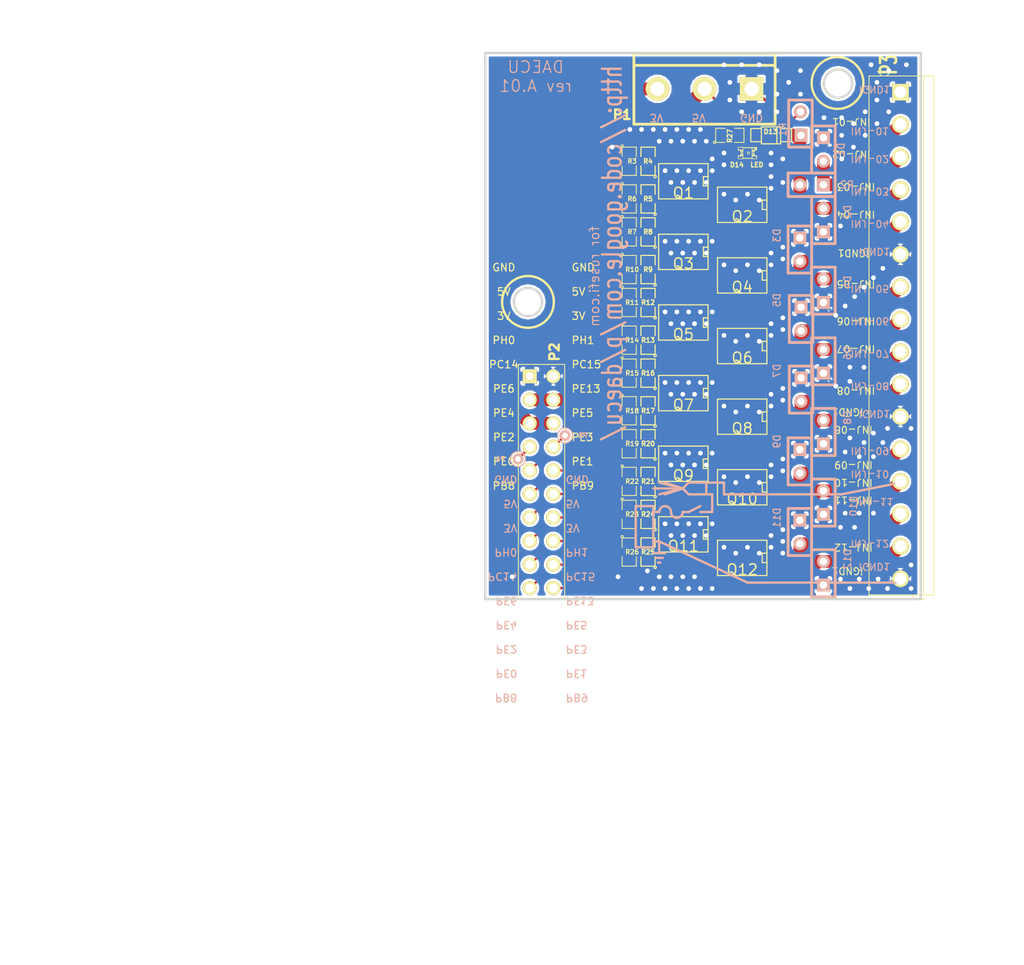
<source format=kicad_pcb>
(kicad_pcb (version 3) (host pcbnew "(2013-07-07 BZR 4022)-stable")
  (title_block (title "12 Channel Injector board") (rev "Spin A R0.1") (company http://code.google.com/p/daecu/))
  (layers (15 F.Cu signal) (0 B.Cu signal) (18 B.Paste user) (19 F.Paste user) (20 B.SilkS user) (21 F.SilkS user) (22 B.Mask user) (23 F.Mask user) (28 Edge.Cuts user))
  (net 0 "")
  (net 1 /3.3V)
  (net 2 /5V)
  (net 3 /INJ-01)
  (net 4 /INJ-01_2)
  (net 5 /INJ-01_5V)
  (net 6 /INJ-02)
  (net 7 /INJ-02_5V)
  (net 8 /INJ-03)
  (net 9 /INJ-03_5V)
  (net 10 /INJ-04)
  (net 11 /INJ-04_5V)
  (net 12 /INJ-05)
  (net 13 /INJ-05_5V)
  (net 14 /INJ-06)
  (net 15 /INJ-06_5V)
  (net 16 /INJ-07)
  (net 17 /INJ-07_5V)
  (net 18 /INJ-08)
  (net 19 /INJ-08_5V)
  (net 20 /INJ-09)
  (net 21 /INJ-09_5V)
  (net 22 /INJ-10)
  (net 23 /INJ-10_5V)
  (net 24 /INJ-11)
  (net 25 /INJ-11_5V)
  (net 26 /INJ-12)
  (net 27 /INJ-12_5V)
  (net 28 /PH0)
  (net 29 /PH1)
  (net 30 GND)
  (net 31 N-000001)
  (net 32 N-0000012)
  (net 33 N-0000015)
  (net 34 N-0000016)
  (net 35 N-0000017)
  (net 36 N-0000018)
  (net 37 N-000002)
  (net 38 N-000003)
  (net 39 N-0000032)
  (net 40 N-0000033)
  (net 41 N-0000034)
  (net 42 N-0000035)
  (net 43 N-0000038)
  (net 44 N-0000044)
  (module SIL-16_3.5MM (layer F.Cu) (at 217.805 122.555 270)
    (fp_text reference P3 (at -29.21 1.27 270) (layer F.SilkS) (effects (font (size 1.72974 1.08712) (thickness 0.27178))))
    (fp_text value CONN_16 hide)
    (pad 16 thru_hole circle (at 26.25 0 270) (size 1.8 1.8) (drill 1.3) (layers *.Cu *.Mask F.SilkS) (net 30 GND))
    (pad 15 thru_hole circle (at 22.75 0 270) (size 1.8 1.8) (drill 1.3) (layers *.Cu *.Mask F.SilkS) (net 26 /INJ-12))
    (pad 1 thru_hole rect (at -26.25 0 270) (size 1.8 1.8) (drill 1.3) (layers *.Cu *.Mask F.SilkS) (net 30 GND))
    (pad 2 thru_hole circle (at -22.75 0 270) (size 1.8 1.8) (drill 1.3) (layers *.Cu *.Mask F.SilkS) (net 4 /INJ-01_2))
    (pad 3 thru_hole circle (at -19.25 0 270) (size 1.8 1.8) (drill 1.3) (layers *.Cu *.Mask F.SilkS) (net 6 /INJ-02))
    (pad 4 thru_hole circle (at -15.75 0 270) (size 1.8 1.8) (drill 1.3) (layers *.Cu *.Mask F.SilkS) (net 8 /INJ-03))
    (pad 5 thru_hole circle (at -12.25 0 270) (size 1.8 1.8) (drill 1.3) (layers *.Cu *.Mask F.SilkS) (net 10 /INJ-04))
    (pad 6 thru_hole circle (at -8.75 0 270) (size 1.8 1.8) (drill 1.3) (layers *.Cu *.Mask F.SilkS) (net 30 GND))
    (pad 7 thru_hole circle (at -5.25 0 270) (size 1.8 1.8) (drill 1.3) (layers *.Cu *.Mask F.SilkS) (net 12 /INJ-05))
    (pad 8 thru_hole circle (at -1.75 0 270) (size 1.8 1.8) (drill 1.3) (layers *.Cu *.Mask F.SilkS) (net 14 /INJ-06))
    (pad 9 thru_hole circle (at 1.75 0 270) (size 1.8 1.8) (drill 1.3) (layers *.Cu *.Mask F.SilkS) (net 16 /INJ-07))
    (pad 10 thru_hole circle (at 5.25 0 270) (size 1.8 1.8) (drill 1.3) (layers *.Cu *.Mask F.SilkS) (net 18 /INJ-08))
    (pad 11 thru_hole circle (at 8.75 0 270) (size 1.8 1.8) (drill 1.3) (layers *.Cu *.Mask F.SilkS) (net 30 GND))
    (pad 12 thru_hole circle (at 12.25 0 270) (size 1.8 1.8) (drill 1.3) (layers *.Cu *.Mask F.SilkS) (net 20 /INJ-09))
    (pad 13 thru_hole circle (at 15.75 0 270) (size 1.8 1.8) (drill 1.3) (layers *.Cu *.Mask F.SilkS) (net 22 /INJ-10))
    (pad 14 thru_hole circle (at 19.25 0 270) (size 1.8 1.8) (drill 1.3) (layers *.Cu *.Mask F.SilkS) (net 24 /INJ-11))
  )
  (module pin_array_10x2 (layer F.Cu) (at 179.07 138.43 270)
    (fp_text reference P2 (at -14.097 -1.397 270) (layer F.SilkS) (effects (font (size 1.016 1.016) (thickness 0.254))))
    (fp_text value CONN_10X2 hide)
    (pad 1 thru_hole rect (at -11.47064 1.27 270) (size 1.524 1.524) (drill 0.8128) (layers *.Cu *.Mask F.SilkS) (net 30 GND))
    (pad 2 thru_hole circle (at -11.47064 -1.27 270) (size 1.524 1.524) (drill 1.016) (layers *.Cu *.Mask F.SilkS) (net 30 GND))
    (pad 3 thru_hole circle (at -8.93064 1.27 270) (size 1.524 1.524) (drill 1.016) (layers *.Cu *.Mask F.SilkS) (net 2 /5V))
    (pad 4 thru_hole circle (at -8.93064 -1.27 270) (size 1.524 1.524) (drill 1.016) (layers *.Cu *.Mask F.SilkS) (net 2 /5V))
    (pad 5 thru_hole circle (at -6.39064 1.27 270) (size 1.524 1.524) (drill 1.016) (layers *.Cu *.Mask F.SilkS) (net 1 /3.3V))
    (pad 6 thru_hole circle (at -6.39064 -1.27 270) (size 1.524 1.524) (drill 1.016) (layers *.Cu *.Mask F.SilkS) (net 1 /3.3V))
    (pad 7 thru_hole circle (at -3.85064 1.27 270) (size 1.524 1.524) (drill 1.016) (layers *.Cu *.Mask F.SilkS) (net 28 /PH0))
    (pad 8 thru_hole circle (at -3.85064 -1.27 270) (size 1.524 1.524) (drill 1.016) (layers *.Cu *.Mask F.SilkS) (net 29 /PH1))
    (pad 9 thru_hole circle (at -1.31064 1.27 270) (size 1.524 1.524) (drill 1.016) (layers *.Cu *.Mask F.SilkS) (net 5 /INJ-01_5V))
    (pad 10 thru_hole circle (at -1.31064 -1.27 270) (size 1.524 1.524) (drill 1.016) (layers *.Cu *.Mask F.SilkS) (net 7 /INJ-02_5V))
    (pad 11 thru_hole circle (at 1.22936 1.27 270) (size 1.524 1.524) (drill 1.016) (layers *.Cu *.Mask F.SilkS) (net 9 /INJ-03_5V))
    (pad 12 thru_hole circle (at 1.22936 -1.27 270) (size 1.524 1.524) (drill 1.016) (layers *.Cu *.Mask F.SilkS) (net 11 /INJ-04_5V))
    (pad 13 thru_hole circle (at 3.76936 1.27 270) (size 1.524 1.524) (drill 1.016) (layers *.Cu *.Mask F.SilkS) (net 13 /INJ-05_5V))
    (pad 14 thru_hole circle (at 3.76936 -1.27 270) (size 1.524 1.524) (drill 1.016) (layers *.Cu *.Mask F.SilkS) (net 15 /INJ-06_5V))
    (pad 15 thru_hole circle (at 6.30936 1.27 270) (size 1.524 1.524) (drill 1.016) (layers *.Cu *.Mask F.SilkS) (net 17 /INJ-07_5V))
    (pad 16 thru_hole circle (at 6.30936 -1.27 270) (size 1.524 1.524) (drill 1.016) (layers *.Cu *.Mask F.SilkS) (net 19 /INJ-08_5V))
    (pad 17 thru_hole circle (at 8.84936 1.27 270) (size 1.524 1.524) (drill 1.016) (layers *.Cu *.Mask F.SilkS) (net 21 /INJ-09_5V))
    (pad 18 thru_hole circle (at 8.84936 -1.27 270) (size 1.524 1.524) (drill 1.016) (layers *.Cu *.Mask F.SilkS) (net 23 /INJ-10_5V))
    (pad 19 thru_hole circle (at 11.38936 1.27 270) (size 1.524 1.524) (drill 1.016) (layers *.Cu *.Mask F.SilkS) (net 25 /INJ-11_5V))
    (pad 20 thru_hole circle (at 11.38936 -1.27 270) (size 1.524 1.524) (drill 1.016) (layers *.Cu *.Mask F.SilkS) (net 27 /INJ-12_5V))
  )
  (module SM0805 (layer F.Cu) (at 188.5315 103.759 270)
    (fp_text reference R3 (at 0 -0.3175 360) (layer F.SilkS) (effects (font (size 0.50038 0.50038) (thickness 0.10922))))
    (fp_text value 20R hide)
    (pad 1 smd rect (at -0.9525 0 270) (size 0.889 1.397) (layers F.Cu F.Paste F.Mask) (net 41 N-0000034))
    (pad 2 smd rect (at 0.9525 0 270) (size 0.889 1.397) (layers F.Cu F.Paste F.Mask) (net 5 /INJ-01_5V))
  )
  (module SM0805 (layer F.Cu) (at 188.5315 107.823 270)
    (fp_text reference R6 (at 0 -0.3175 360) (layer F.SilkS) (effects (font (size 0.50038 0.50038) (thickness 0.10922))))
    (fp_text value 20R hide)
    (pad 1 smd rect (at -0.9525 0 270) (size 0.889 1.397) (layers F.Cu F.Paste F.Mask) (net 33 N-0000015))
    (pad 2 smd rect (at 0.9525 0 270) (size 0.889 1.397) (layers F.Cu F.Paste F.Mask) (net 7 /INJ-02_5V))
  )
  (module SM0805 (layer F.Cu) (at 188.5315 111.379 270)
    (fp_text reference R7 (at 0 -0.3175 360) (layer F.SilkS) (effects (font (size 0.50038 0.50038) (thickness 0.10922))))
    (fp_text value 20R hide)
    (pad 1 smd rect (at -0.9525 0 270) (size 0.889 1.397) (layers F.Cu F.Paste F.Mask) (net 40 N-0000033))
    (pad 2 smd rect (at 0.9525 0 270) (size 0.889 1.397) (layers F.Cu F.Paste F.Mask) (net 9 /INJ-03_5V))
  )
  (module SM0805 (layer F.Cu) (at 188.5315 115.443 270)
    (fp_text reference R10 (at 0 -0.3175 360) (layer F.SilkS) (effects (font (size 0.50038 0.50038) (thickness 0.10922))))
    (fp_text value 20R hide)
    (pad 1 smd rect (at -0.9525 0 270) (size 0.889 1.397) (layers F.Cu F.Paste F.Mask) (net 34 N-0000016))
    (pad 2 smd rect (at 0.9525 0 270) (size 0.889 1.397) (layers F.Cu F.Paste F.Mask) (net 11 /INJ-04_5V))
  )
  (module SM0805 (layer F.Cu) (at 188.5315 118.999 270)
    (fp_text reference R11 (at 0 -0.3175 360) (layer F.SilkS) (effects (font (size 0.50038 0.50038) (thickness 0.10922))))
    (fp_text value 20R hide)
    (pad 1 smd rect (at -0.9525 0 270) (size 0.889 1.397) (layers F.Cu F.Paste F.Mask) (net 39 N-0000032))
    (pad 2 smd rect (at 0.9525 0 270) (size 0.889 1.397) (layers F.Cu F.Paste F.Mask) (net 13 /INJ-05_5V))
  )
  (module SM0805 (layer F.Cu) (at 188.5315 123.063 270)
    (fp_text reference R14 (at 0 -0.3175 360) (layer F.SilkS) (effects (font (size 0.50038 0.50038) (thickness 0.10922))))
    (fp_text value 20R hide)
    (pad 1 smd rect (at -0.9525 0 270) (size 0.889 1.397) (layers F.Cu F.Paste F.Mask) (net 32 N-0000012))
    (pad 2 smd rect (at 0.9525 0 270) (size 0.889 1.397) (layers F.Cu F.Paste F.Mask) (net 15 /INJ-06_5V))
  )
  (module SIL-2 (layer B.Cu) (at 206.9465 136.144 270)
    (fp_text reference D9 (at -2.159 2.4765 270) (layer B.SilkS) (effects (font (size 0.762 0.762) (thickness 0.127)) (justify mirror)))
    (fp_text value DIODE hide)
    (pad 1 thru_hole rect (at -1.27 0 270) (size 1.397 1.397) (drill 0.8128) (layers *.Cu *.Mask B.SilkS) (net 30 GND))
    (pad 2 thru_hole circle (at 1.27 0 270) (size 1.397 1.397) (drill 0.8128) (layers *.Cu *.Mask B.SilkS) (net 20 /INJ-09))
  )
  (module SIL-2 (layer B.Cu) (at 206.9465 113.284 270)
    (fp_text reference D3 (at -1.524 2.4765 270) (layer B.SilkS) (effects (font (size 0.762 0.762) (thickness 0.127)) (justify mirror)))
    (fp_text value DIODE hide)
    (pad 1 thru_hole rect (at -1.27 0 270) (size 1.397 1.397) (drill 0.8128) (layers *.Cu *.Mask B.SilkS) (net 30 GND))
    (pad 2 thru_hole circle (at 1.27 0 270) (size 1.397 1.397) (drill 0.8128) (layers *.Cu *.Mask B.SilkS) (net 8 /INJ-03))
  )
  (module SIL-2 (layer B.Cu) (at 209.4865 132.969 90)
    (fp_text reference D8 (at 1.524 2.6035 90) (layer B.SilkS) (effects (font (size 0.762 0.762) (thickness 0.127)) (justify mirror)))
    (fp_text value DIODE hide)
    (pad 1 thru_hole rect (at -1.27 0 90) (size 1.397 1.397) (drill 0.8128) (layers *.Cu *.Mask B.SilkS) (net 30 GND))
    (pad 2 thru_hole circle (at 1.27 0 90) (size 1.397 1.397) (drill 0.8128) (layers *.Cu *.Mask B.SilkS) (net 18 /INJ-08))
  )
  (module SIL-2 (layer B.Cu) (at 209.4865 110.109 90)
    (fp_text reference D2 (at 0.889 2.6035 90) (layer B.SilkS) (effects (font (size 0.762 0.762) (thickness 0.127)) (justify mirror)))
    (fp_text value DIODE hide)
    (pad 1 thru_hole rect (at -1.27 0 90) (size 1.397 1.397) (drill 0.8128) (layers *.Cu *.Mask B.SilkS) (net 30 GND))
    (pad 2 thru_hole circle (at 1.27 0 90) (size 1.397 1.397) (drill 0.8128) (layers *.Cu *.Mask B.SilkS) (net 6 /INJ-02))
  )
  (module SIL-2 (layer B.Cu) (at 207.0735 128.397 270)
    (fp_text reference D7 (at -2.032 2.6035 270) (layer B.SilkS) (effects (font (size 0.762 0.762) (thickness 0.127)) (justify mirror)))
    (fp_text value DIODE hide)
    (pad 1 thru_hole rect (at -1.27 0 270) (size 1.397 1.397) (drill 0.8128) (layers *.Cu *.Mask B.SilkS) (net 30 GND))
    (pad 2 thru_hole circle (at 1.27 0 270) (size 1.397 1.397) (drill 0.8128) (layers *.Cu *.Mask B.SilkS) (net 16 /INJ-07))
  )
  (module SIL-2 (layer B.Cu) (at 209.4865 102.489 270)
    (fp_text reference D1 (at 0 -1.905 270) (layer B.SilkS) (effects (font (size 0.762 0.762) (thickness 0.127)) (justify mirror)))
    (fp_text value DIODE hide)
    (pad 1 thru_hole rect (at -1.27 0 270) (size 1.397 1.397) (drill 0.8128) (layers *.Cu *.Mask B.SilkS) (net 30 GND))
    (pad 2 thru_hole circle (at 1.27 0 270) (size 1.397 1.397) (drill 0.8128) (layers *.Cu *.Mask B.SilkS) (net 4 /INJ-01_2))
  )
  (module SM0805 (layer F.Cu) (at 190.5635 118.999 90)
    (fp_text reference R12 (at 0 0 180) (layer F.SilkS) (effects (font (size 0.508 0.508) (thickness 0.127))))
    (fp_text value 1K hide)
    (pad 1 smd rect (at -0.9525 0 90) (size 0.889 1.397) (layers F.Cu F.Paste F.Mask) (net 30 GND))
    (pad 2 smd rect (at 0.9525 0 90) (size 0.889 1.397) (layers F.Cu F.Paste F.Mask) (net 39 N-0000032))
  )
  (module SM0805 (layer F.Cu) (at 190.5635 123.063 90)
    (fp_text reference R13 (at 0 0 180) (layer F.SilkS) (effects (font (size 0.508 0.508) (thickness 0.127))))
    (fp_text value 1K hide)
    (pad 1 smd rect (at -0.9525 0 90) (size 0.889 1.397) (layers F.Cu F.Paste F.Mask) (net 30 GND))
    (pad 2 smd rect (at 0.9525 0 90) (size 0.889 1.397) (layers F.Cu F.Paste F.Mask) (net 32 N-0000012))
  )
  (module SM0805 (layer F.Cu) (at 190.5635 111.379 90)
    (fp_text reference R8 (at 0 0 180) (layer F.SilkS) (effects (font (size 0.508 0.508) (thickness 0.127))))
    (fp_text value 1K hide)
    (pad 1 smd rect (at -0.9525 0 90) (size 0.889 1.397) (layers F.Cu F.Paste F.Mask) (net 30 GND))
    (pad 2 smd rect (at 0.9525 0 90) (size 0.889 1.397) (layers F.Cu F.Paste F.Mask) (net 40 N-0000033))
  )
  (module SM0805 (layer F.Cu) (at 190.5635 115.443 90)
    (fp_text reference R9 (at 0 0 180) (layer F.SilkS) (effects (font (size 0.508 0.508) (thickness 0.127))))
    (fp_text value 1K hide)
    (pad 1 smd rect (at -0.9525 0 90) (size 0.889 1.397) (layers F.Cu F.Paste F.Mask) (net 30 GND))
    (pad 2 smd rect (at 0.9525 0 90) (size 0.889 1.397) (layers F.Cu F.Paste F.Mask) (net 34 N-0000016))
  )
  (module SM0805 (layer F.Cu) (at 190.5635 107.823 90)
    (fp_text reference R5 (at 0 0 180) (layer F.SilkS) (effects (font (size 0.508 0.508) (thickness 0.127))))
    (fp_text value 1K hide)
    (pad 1 smd rect (at -0.9525 0 90) (size 0.889 1.397) (layers F.Cu F.Paste F.Mask) (net 30 GND))
    (pad 2 smd rect (at 0.9525 0 90) (size 0.889 1.397) (layers F.Cu F.Paste F.Mask) (net 33 N-0000015))
  )
  (module SM0805 (layer F.Cu) (at 190.5635 103.759 90)
    (fp_text reference R4 (at 0 0 180) (layer F.SilkS) (effects (font (size 0.508 0.508) (thickness 0.127))))
    (fp_text value 1K hide)
    (pad 1 smd rect (at -0.9525 0 90) (size 0.889 1.397) (layers F.Cu F.Paste F.Mask) (net 30 GND))
    (pad 2 smd rect (at 0.9525 0 90) (size 0.889 1.397) (layers F.Cu F.Paste F.Mask) (net 41 N-0000034))
  )
  (module SO8E_ST (layer F.Cu) (at 194.3735 121.158 180)
    (fp_text reference Q5 (at 0 -1.27 180) (layer F.SilkS) (effects (font (size 1.143 1.143) (thickness 0.1524))))
    (fp_text value OVP_DRIVER hide)
    (pad 2 smd rect (at -1.905 -2.667 180) (size 0.508 1.143) (layers F.Cu F.Paste F.Mask) (net 12 /INJ-05))
    (pad 3 smd rect (at -1.905 2.667 180) (size 0.508 1.143) (layers F.Cu F.Paste F.Mask) (net 30 GND))
    (pad 2 smd rect (at -0.635 -2.667 180) (size 0.508 1.143) (layers F.Cu F.Paste F.Mask) (net 12 /INJ-05))
    (pad 2 smd rect (at 0.635 -2.667 180) (size 0.508 1.143) (layers F.Cu F.Paste F.Mask) (net 12 /INJ-05))
    (pad 2 smd rect (at 1.905 -2.667 180) (size 0.508 1.143) (layers F.Cu F.Paste F.Mask) (net 12 /INJ-05))
    (pad 3 smd rect (at -0.635 2.667 180) (size 0.508 1.143) (layers F.Cu F.Paste F.Mask) (net 30 GND))
    (pad 3 smd rect (at 0.635 2.667 180) (size 0.508 1.143) (layers F.Cu F.Paste F.Mask) (net 30 GND))
    (pad 1 smd rect (at 1.905 2.667 180) (size 0.508 1.143) (layers F.Cu F.Paste F.Mask) (net 39 N-0000032))
  )
  (module SO8E_ST (layer F.Cu) (at 200.7235 123.698 180)
    (fp_text reference Q6 (at 0 -1.27 180) (layer F.SilkS) (effects (font (size 1.143 1.143) (thickness 0.1524))))
    (fp_text value OVP_DRIVER hide)
    (pad 2 smd rect (at -1.905 -2.667 180) (size 0.508 1.143) (layers F.Cu F.Paste F.Mask) (net 14 /INJ-06))
    (pad 3 smd rect (at -1.905 2.667 180) (size 0.508 1.143) (layers F.Cu F.Paste F.Mask) (net 30 GND))
    (pad 2 smd rect (at -0.635 -2.667 180) (size 0.508 1.143) (layers F.Cu F.Paste F.Mask) (net 14 /INJ-06))
    (pad 2 smd rect (at 0.635 -2.667 180) (size 0.508 1.143) (layers F.Cu F.Paste F.Mask) (net 14 /INJ-06))
    (pad 2 smd rect (at 1.905 -2.667 180) (size 0.508 1.143) (layers F.Cu F.Paste F.Mask) (net 14 /INJ-06))
    (pad 3 smd rect (at -0.635 2.667 180) (size 0.508 1.143) (layers F.Cu F.Paste F.Mask) (net 30 GND))
    (pad 3 smd rect (at 0.635 2.667 180) (size 0.508 1.143) (layers F.Cu F.Paste F.Mask) (net 30 GND))
    (pad 1 smd rect (at 1.905 2.667 180) (size 0.508 1.143) (layers F.Cu F.Paste F.Mask) (net 32 N-0000012))
  )
  (module SO8E_ST (layer F.Cu) (at 194.3735 113.538 180)
    (fp_text reference Q3 (at 0 -1.27 180) (layer F.SilkS) (effects (font (size 1.143 1.143) (thickness 0.1524))))
    (fp_text value OVP_DRIVER hide)
    (pad 2 smd rect (at -1.905 -2.667 180) (size 0.508 1.143) (layers F.Cu F.Paste F.Mask) (net 8 /INJ-03))
    (pad 3 smd rect (at -1.905 2.667 180) (size 0.508 1.143) (layers F.Cu F.Paste F.Mask) (net 30 GND))
    (pad 2 smd rect (at -0.635 -2.667 180) (size 0.508 1.143) (layers F.Cu F.Paste F.Mask) (net 8 /INJ-03))
    (pad 2 smd rect (at 0.635 -2.667 180) (size 0.508 1.143) (layers F.Cu F.Paste F.Mask) (net 8 /INJ-03))
    (pad 2 smd rect (at 1.905 -2.667 180) (size 0.508 1.143) (layers F.Cu F.Paste F.Mask) (net 8 /INJ-03))
    (pad 3 smd rect (at -0.635 2.667 180) (size 0.508 1.143) (layers F.Cu F.Paste F.Mask) (net 30 GND))
    (pad 3 smd rect (at 0.635 2.667 180) (size 0.508 1.143) (layers F.Cu F.Paste F.Mask) (net 30 GND))
    (pad 1 smd rect (at 1.905 2.667 180) (size 0.508 1.143) (layers F.Cu F.Paste F.Mask) (net 40 N-0000033))
  )
  (module SO8E_ST (layer F.Cu) (at 200.7235 108.458 180)
    (fp_text reference Q2 (at 0 -1.27 180) (layer F.SilkS) (effects (font (size 1.143 1.143) (thickness 0.1524))))
    (fp_text value OVP_DRIVER hide)
    (pad 2 smd rect (at -1.905 -2.667 180) (size 0.508 1.143) (layers F.Cu F.Paste F.Mask) (net 6 /INJ-02))
    (pad 3 smd rect (at -1.905 2.667 180) (size 0.508 1.143) (layers F.Cu F.Paste F.Mask) (net 30 GND))
    (pad 2 smd rect (at -0.635 -2.667 180) (size 0.508 1.143) (layers F.Cu F.Paste F.Mask) (net 6 /INJ-02))
    (pad 2 smd rect (at 0.635 -2.667 180) (size 0.508 1.143) (layers F.Cu F.Paste F.Mask) (net 6 /INJ-02))
    (pad 2 smd rect (at 1.905 -2.667 180) (size 0.508 1.143) (layers F.Cu F.Paste F.Mask) (net 6 /INJ-02))
    (pad 3 smd rect (at -0.635 2.667 180) (size 0.508 1.143) (layers F.Cu F.Paste F.Mask) (net 30 GND))
    (pad 3 smd rect (at 0.635 2.667 180) (size 0.508 1.143) (layers F.Cu F.Paste F.Mask) (net 30 GND))
    (pad 1 smd rect (at 1.905 2.667 180) (size 0.508 1.143) (layers F.Cu F.Paste F.Mask) (net 33 N-0000015))
  )
  (module SO8E_ST (layer F.Cu) (at 194.3735 105.918 180)
    (fp_text reference Q1 (at 0 -1.27 180) (layer F.SilkS) (effects (font (size 1.143 1.143) (thickness 0.1524))))
    (fp_text value OVP_DRIVER hide)
    (pad 2 smd rect (at -1.905 -2.667 180) (size 0.508 1.143) (layers F.Cu F.Paste F.Mask) (net 3 /INJ-01))
    (pad 3 smd rect (at -1.905 2.667 180) (size 0.508 1.143) (layers F.Cu F.Paste F.Mask) (net 30 GND))
    (pad 2 smd rect (at -0.635 -2.667 180) (size 0.508 1.143) (layers F.Cu F.Paste F.Mask) (net 3 /INJ-01))
    (pad 2 smd rect (at 0.635 -2.667 180) (size 0.508 1.143) (layers F.Cu F.Paste F.Mask) (net 3 /INJ-01))
    (pad 2 smd rect (at 1.905 -2.667 180) (size 0.508 1.143) (layers F.Cu F.Paste F.Mask) (net 3 /INJ-01))
    (pad 3 smd rect (at -0.635 2.667 180) (size 0.508 1.143) (layers F.Cu F.Paste F.Mask) (net 30 GND))
    (pad 3 smd rect (at 0.635 2.667 180) (size 0.508 1.143) (layers F.Cu F.Paste F.Mask) (net 30 GND))
    (pad 1 smd rect (at 1.905 2.667 180) (size 0.508 1.143) (layers F.Cu F.Paste F.Mask) (net 41 N-0000034))
  )
  (module SO8E_ST (layer F.Cu) (at 200.7235 116.078 180)
    (fp_text reference Q4 (at 0 -1.27 180) (layer F.SilkS) (effects (font (size 1.143 1.143) (thickness 0.1524))))
    (fp_text value OVP_DRIVER hide)
    (pad 2 smd rect (at -1.905 -2.667 180) (size 0.508 1.143) (layers F.Cu F.Paste F.Mask) (net 10 /INJ-04))
    (pad 3 smd rect (at -1.905 2.667 180) (size 0.508 1.143) (layers F.Cu F.Paste F.Mask) (net 30 GND))
    (pad 2 smd rect (at -0.635 -2.667 180) (size 0.508 1.143) (layers F.Cu F.Paste F.Mask) (net 10 /INJ-04))
    (pad 2 smd rect (at 0.635 -2.667 180) (size 0.508 1.143) (layers F.Cu F.Paste F.Mask) (net 10 /INJ-04))
    (pad 2 smd rect (at 1.905 -2.667 180) (size 0.508 1.143) (layers F.Cu F.Paste F.Mask) (net 10 /INJ-04))
    (pad 3 smd rect (at -0.635 2.667 180) (size 0.508 1.143) (layers F.Cu F.Paste F.Mask) (net 30 GND))
    (pad 3 smd rect (at 0.635 2.667 180) (size 0.508 1.143) (layers F.Cu F.Paste F.Mask) (net 30 GND))
    (pad 1 smd rect (at 1.905 2.667 180) (size 0.508 1.143) (layers F.Cu F.Paste F.Mask) (net 34 N-0000016))
  )
  (module SO8E_ST (layer F.Cu) (at 194.3735 136.398 180)
    (fp_text reference Q9 (at 0 -1.27 180) (layer F.SilkS) (effects (font (size 1.143 1.143) (thickness 0.1524))))
    (fp_text value OVP_DRIVER hide)
    (pad 2 smd rect (at -1.905 -2.667 180) (size 0.508 1.143) (layers F.Cu F.Paste F.Mask) (net 20 /INJ-09))
    (pad 3 smd rect (at -1.905 2.667 180) (size 0.508 1.143) (layers F.Cu F.Paste F.Mask) (net 30 GND))
    (pad 2 smd rect (at -0.635 -2.667 180) (size 0.508 1.143) (layers F.Cu F.Paste F.Mask) (net 20 /INJ-09))
    (pad 2 smd rect (at 0.635 -2.667 180) (size 0.508 1.143) (layers F.Cu F.Paste F.Mask) (net 20 /INJ-09))
    (pad 2 smd rect (at 1.905 -2.667 180) (size 0.508 1.143) (layers F.Cu F.Paste F.Mask) (net 20 /INJ-09))
    (pad 3 smd rect (at -0.635 2.667 180) (size 0.508 1.143) (layers F.Cu F.Paste F.Mask) (net 30 GND))
    (pad 3 smd rect (at 0.635 2.667 180) (size 0.508 1.143) (layers F.Cu F.Paste F.Mask) (net 30 GND))
    (pad 1 smd rect (at 1.905 2.667 180) (size 0.508 1.143) (layers F.Cu F.Paste F.Mask) (net 42 N-0000035))
  )
  (module SO8E_ST (layer F.Cu) (at 200.7235 146.558 180)
    (fp_text reference Q12 (at 0 -1.27 180) (layer F.SilkS) (effects (font (size 1.143 1.143) (thickness 0.1524))))
    (fp_text value OVP_DRIVER hide)
    (pad 2 smd rect (at -1.905 -2.667 180) (size 0.508 1.143) (layers F.Cu F.Paste F.Mask) (net 26 /INJ-12))
    (pad 3 smd rect (at -1.905 2.667 180) (size 0.508 1.143) (layers F.Cu F.Paste F.Mask) (net 30 GND))
    (pad 2 smd rect (at -0.635 -2.667 180) (size 0.508 1.143) (layers F.Cu F.Paste F.Mask) (net 26 /INJ-12))
    (pad 2 smd rect (at 0.635 -2.667 180) (size 0.508 1.143) (layers F.Cu F.Paste F.Mask) (net 26 /INJ-12))
    (pad 2 smd rect (at 1.905 -2.667 180) (size 0.508 1.143) (layers F.Cu F.Paste F.Mask) (net 26 /INJ-12))
    (pad 3 smd rect (at -0.635 2.667 180) (size 0.508 1.143) (layers F.Cu F.Paste F.Mask) (net 30 GND))
    (pad 3 smd rect (at 0.635 2.667 180) (size 0.508 1.143) (layers F.Cu F.Paste F.Mask) (net 30 GND))
    (pad 1 smd rect (at 1.905 2.667 180) (size 0.508 1.143) (layers F.Cu F.Paste F.Mask) (net 38 N-000003))
  )
  (module SO8E_ST (layer F.Cu) (at 194.3735 144.018 180)
    (fp_text reference Q11 (at 0 -1.27 180) (layer F.SilkS) (effects (font (size 1.143 1.143) (thickness 0.1524))))
    (fp_text value OVP_DRIVER hide)
    (pad 2 smd rect (at -1.905 -2.667 180) (size 0.508 1.143) (layers F.Cu F.Paste F.Mask) (net 24 /INJ-11))
    (pad 3 smd rect (at -1.905 2.667 180) (size 0.508 1.143) (layers F.Cu F.Paste F.Mask) (net 30 GND))
    (pad 2 smd rect (at -0.635 -2.667 180) (size 0.508 1.143) (layers F.Cu F.Paste F.Mask) (net 24 /INJ-11))
    (pad 2 smd rect (at 0.635 -2.667 180) (size 0.508 1.143) (layers F.Cu F.Paste F.Mask) (net 24 /INJ-11))
    (pad 2 smd rect (at 1.905 -2.667 180) (size 0.508 1.143) (layers F.Cu F.Paste F.Mask) (net 24 /INJ-11))
    (pad 3 smd rect (at -0.635 2.667 180) (size 0.508 1.143) (layers F.Cu F.Paste F.Mask) (net 30 GND))
    (pad 3 smd rect (at 0.635 2.667 180) (size 0.508 1.143) (layers F.Cu F.Paste F.Mask) (net 30 GND))
    (pad 1 smd rect (at 1.905 2.667 180) (size 0.508 1.143) (layers F.Cu F.Paste F.Mask) (net 44 N-0000044))
  )
  (module SO8E_ST (layer F.Cu) (at 200.7235 138.938 180)
    (fp_text reference Q10 (at 0 -1.27 180) (layer F.SilkS) (effects (font (size 1.143 1.143) (thickness 0.1524))))
    (fp_text value OVP_DRIVER hide)
    (pad 2 smd rect (at -1.905 -2.667 180) (size 0.508 1.143) (layers F.Cu F.Paste F.Mask) (net 22 /INJ-10))
    (pad 3 smd rect (at -1.905 2.667 180) (size 0.508 1.143) (layers F.Cu F.Paste F.Mask) (net 30 GND))
    (pad 2 smd rect (at -0.635 -2.667 180) (size 0.508 1.143) (layers F.Cu F.Paste F.Mask) (net 22 /INJ-10))
    (pad 2 smd rect (at 0.635 -2.667 180) (size 0.508 1.143) (layers F.Cu F.Paste F.Mask) (net 22 /INJ-10))
    (pad 2 smd rect (at 1.905 -2.667 180) (size 0.508 1.143) (layers F.Cu F.Paste F.Mask) (net 22 /INJ-10))
    (pad 3 smd rect (at -0.635 2.667 180) (size 0.508 1.143) (layers F.Cu F.Paste F.Mask) (net 30 GND))
    (pad 3 smd rect (at 0.635 2.667 180) (size 0.508 1.143) (layers F.Cu F.Paste F.Mask) (net 30 GND))
    (pad 1 smd rect (at 1.905 2.667 180) (size 0.508 1.143) (layers F.Cu F.Paste F.Mask) (net 37 N-000002))
  )
  (module SO8E_ST (layer F.Cu) (at 194.3735 128.778 180)
    (fp_text reference Q7 (at 0 -1.27 180) (layer F.SilkS) (effects (font (size 1.143 1.143) (thickness 0.1524))))
    (fp_text value OVP_DRIVER hide)
    (pad 2 smd rect (at -1.905 -2.667 180) (size 0.508 1.143) (layers F.Cu F.Paste F.Mask) (net 16 /INJ-07))
    (pad 3 smd rect (at -1.905 2.667 180) (size 0.508 1.143) (layers F.Cu F.Paste F.Mask) (net 30 GND))
    (pad 2 smd rect (at -0.635 -2.667 180) (size 0.508 1.143) (layers F.Cu F.Paste F.Mask) (net 16 /INJ-07))
    (pad 2 smd rect (at 0.635 -2.667 180) (size 0.508 1.143) (layers F.Cu F.Paste F.Mask) (net 16 /INJ-07))
    (pad 2 smd rect (at 1.905 -2.667 180) (size 0.508 1.143) (layers F.Cu F.Paste F.Mask) (net 16 /INJ-07))
    (pad 3 smd rect (at -0.635 2.667 180) (size 0.508 1.143) (layers F.Cu F.Paste F.Mask) (net 30 GND))
    (pad 3 smd rect (at 0.635 2.667 180) (size 0.508 1.143) (layers F.Cu F.Paste F.Mask) (net 30 GND))
    (pad 1 smd rect (at 1.905 2.667 180) (size 0.508 1.143) (layers F.Cu F.Paste F.Mask) (net 43 N-0000038))
  )
  (module SO8E_ST (layer F.Cu) (at 200.7235 131.318 180)
    (fp_text reference Q8 (at 0 -1.27 180) (layer F.SilkS) (effects (font (size 1.143 1.143) (thickness 0.1524))))
    (fp_text value OVP_DRIVER hide)
    (pad 2 smd rect (at -1.905 -2.667 180) (size 0.508 1.143) (layers F.Cu F.Paste F.Mask) (net 18 /INJ-08))
    (pad 3 smd rect (at -1.905 2.667 180) (size 0.508 1.143) (layers F.Cu F.Paste F.Mask) (net 30 GND))
    (pad 2 smd rect (at -0.635 -2.667 180) (size 0.508 1.143) (layers F.Cu F.Paste F.Mask) (net 18 /INJ-08))
    (pad 2 smd rect (at 0.635 -2.667 180) (size 0.508 1.143) (layers F.Cu F.Paste F.Mask) (net 18 /INJ-08))
    (pad 2 smd rect (at 1.905 -2.667 180) (size 0.508 1.143) (layers F.Cu F.Paste F.Mask) (net 18 /INJ-08))
    (pad 3 smd rect (at -0.635 2.667 180) (size 0.508 1.143) (layers F.Cu F.Paste F.Mask) (net 30 GND))
    (pad 3 smd rect (at 0.635 2.667 180) (size 0.508 1.143) (layers F.Cu F.Paste F.Mask) (net 30 GND))
    (pad 1 smd rect (at 1.905 2.667 180) (size 0.508 1.143) (layers F.Cu F.Paste F.Mask) (net 31 N-000001))
  )
  (module SM0805 (layer F.Cu) (at 190.5635 145.923 90)
    (fp_text reference R25 (at 0 0 180) (layer F.SilkS) (effects (font (size 0.508 0.508) (thickness 0.127))))
    (fp_text value 1K hide)
    (pad 1 smd rect (at -0.9525 0 90) (size 0.889 1.397) (layers F.Cu F.Paste F.Mask) (net 30 GND))
    (pad 2 smd rect (at 0.9525 0 90) (size 0.889 1.397) (layers F.Cu F.Paste F.Mask) (net 38 N-000003))
  )
  (module SM0805 (layer F.Cu) (at 190.5635 141.859 90)
    (fp_text reference R24 (at 0 0 180) (layer F.SilkS) (effects (font (size 0.508 0.508) (thickness 0.127))))
    (fp_text value 1K hide)
    (pad 1 smd rect (at -0.9525 0 90) (size 0.889 1.397) (layers F.Cu F.Paste F.Mask) (net 30 GND))
    (pad 2 smd rect (at 0.9525 0 90) (size 0.889 1.397) (layers F.Cu F.Paste F.Mask) (net 44 N-0000044))
  )
  (module SM0805 (layer F.Cu) (at 190.5635 134.239 90)
    (fp_text reference R20 (at 0 0 180) (layer F.SilkS) (effects (font (size 0.508 0.508) (thickness 0.127))))
    (fp_text value 1K hide)
    (pad 1 smd rect (at -0.9525 0 90) (size 0.889 1.397) (layers F.Cu F.Paste F.Mask) (net 30 GND))
    (pad 2 smd rect (at 0.9525 0 90) (size 0.889 1.397) (layers F.Cu F.Paste F.Mask) (net 42 N-0000035))
  )
  (module SM0805 (layer F.Cu) (at 190.5635 138.303 90)
    (fp_text reference R21 (at 0 0 180) (layer F.SilkS) (effects (font (size 0.508 0.508) (thickness 0.127))))
    (fp_text value 1K hide)
    (pad 1 smd rect (at -0.9525 0 90) (size 0.889 1.397) (layers F.Cu F.Paste F.Mask) (net 30 GND))
    (pad 2 smd rect (at 0.9525 0 90) (size 0.889 1.397) (layers F.Cu F.Paste F.Mask) (net 37 N-000002))
  )
  (module SM0805 (layer F.Cu) (at 190.5635 126.619 90)
    (fp_text reference R16 (at 0 0 180) (layer F.SilkS) (effects (font (size 0.508 0.508) (thickness 0.127))))
    (fp_text value 1K hide)
    (pad 1 smd rect (at -0.9525 0 90) (size 0.889 1.397) (layers F.Cu F.Paste F.Mask) (net 30 GND))
    (pad 2 smd rect (at 0.9525 0 90) (size 0.889 1.397) (layers F.Cu F.Paste F.Mask) (net 43 N-0000038))
  )
  (module SM0805 (layer F.Cu) (at 190.5635 130.683 90)
    (fp_text reference R17 (at 0 0 180) (layer F.SilkS) (effects (font (size 0.508 0.508) (thickness 0.127))))
    (fp_text value 1K hide)
    (pad 1 smd rect (at -0.9525 0 90) (size 0.889 1.397) (layers F.Cu F.Paste F.Mask) (net 30 GND))
    (pad 2 smd rect (at 0.9525 0 90) (size 0.889 1.397) (layers F.Cu F.Paste F.Mask) (net 31 N-000001))
  )
  (module bornier3 (layer F.Cu) (at 196.6595 95.9485 180)
    (fp_text reference P1 (at 8.89 -2.794 180) (layer F.SilkS) (effects (font (size 1.016 1.016) (thickness 0.254))))
    (fp_text value CONN_3 hide)
    (pad 1 thru_hole rect (at -5.08 0 180) (size 2.54 2.54) (drill 1.524) (layers *.Cu *.Mask F.SilkS) (net 30 GND))
    (pad 2 thru_hole circle (at 0 0 180) (size 2.54 2.54) (drill 1.524) (layers *.Cu *.Mask F.SilkS) (net 2 /5V))
    (pad 3 thru_hole circle (at 5.08 0 180) (size 2.54 2.54) (drill 1.524) (layers *.Cu *.Mask F.SilkS) (net 1 /3.3V))
  )
  (module SOD-123 (layer F.Cu) (at 203.835 100.965)
    (fp_text reference D13 (at -0.0508 -0.4064) (layer F.SilkS) (effects (font (size 0.508 0.508) (thickness 0.127))))
    (fp_text value DIODE hide)
    (pad 1 smd rect (at -1.6256 -0.0254) (size 0.9652 1.27) (layers F.Cu F.Paste F.Mask) (net 36 N-0000018))
    (pad 2 smd rect (at 1.651 -0.0254) (size 0.9652 1.27) (layers F.Cu F.Paste F.Mask) (net 3 /INJ-01))
  )
  (module SM0805 (layer F.Cu) (at 199.39 100.965)
    (fp_text reference R27 (at 0 0.0635 90) (layer F.SilkS) (effects (font (size 0.508 0.508) (thickness 0.127))))
    (fp_text value 1K hide)
    (pad 1 smd rect (at -0.9525 0) (size 0.889 1.397) (layers F.Cu F.Paste F.Mask) (net 2 /5V))
    (pad 2 smd rect (at 0.9525 0) (size 0.889 1.397) (layers F.Cu F.Paste F.Mask) (net 35 N-0000017))
  )
  (module LED-0805 (layer F.Cu) (at 201.295 102.87)
    (fp_text reference D14 (at -1.143 1.27) (layer F.SilkS) (effects (font (size 0.508 0.508) (thickness 0.127))))
    (fp_text value LED (at 1.016 1.27) (layer F.SilkS) (effects (font (size 0.508 0.508) (thickness 0.127))))
    (pad 1 smd rect (at -1.04902 0) (size 1.19888 1.19888) (layers F.Cu F.Paste F.Mask) (net 35 N-0000017))
    (pad 2 smd rect (at 1.04902 0) (size 1.19888 1.19888) (layers F.Cu F.Paste F.Mask) (net 36 N-0000018))
  )
  (module SIL-2 (layer B.Cu) (at 209.4865 117.729 90)
    (fp_text reference D4 (at 0.889 2.6035 90) (layer B.SilkS) (effects (font (size 0.762 0.762) (thickness 0.127)) (justify mirror)))
    (fp_text value DIODE hide)
    (pad 1 thru_hole rect (at -1.27 0 90) (size 1.397 1.397) (drill 0.8128) (layers *.Cu *.Mask B.SilkS) (net 30 GND))
    (pad 2 thru_hole circle (at 1.27 0 90) (size 1.397 1.397) (drill 0.8128) (layers *.Cu *.Mask B.SilkS) (net 10 /INJ-04))
  )
  (module SIL-2 (layer B.Cu) (at 209.4865 140.589 90)
    (fp_text reference D10 (at -0.381 3.2385 90) (layer B.SilkS) (effects (font (size 0.762 0.762) (thickness 0.127)) (justify mirror)))
    (fp_text value DIODE hide)
    (pad 1 thru_hole rect (at -1.27 0 90) (size 1.397 1.397) (drill 0.8128) (layers *.Cu *.Mask B.SilkS) (net 30 GND))
    (pad 2 thru_hole circle (at 1.27 0 90) (size 1.397 1.397) (drill 0.8128) (layers *.Cu *.Mask B.SilkS) (net 22 /INJ-10))
  )
  (module SIL-2 (layer B.Cu) (at 207.0735 120.777 270)
    (fp_text reference D5 (at -2.032 2.6035 270) (layer B.SilkS) (effects (font (size 0.762 0.762) (thickness 0.127)) (justify mirror)))
    (fp_text value DIODE hide)
    (pad 1 thru_hole rect (at -1.27 0 270) (size 1.397 1.397) (drill 0.8128) (layers *.Cu *.Mask B.SilkS) (net 30 GND))
    (pad 2 thru_hole circle (at 1.27 0 270) (size 1.397 1.397) (drill 0.8128) (layers *.Cu *.Mask B.SilkS) (net 12 /INJ-05))
  )
  (module SIL-2 (layer B.Cu) (at 206.9465 143.764 270)
    (fp_text reference D11 (at -1.524 2.4765 270) (layer B.SilkS) (effects (font (size 0.762 0.762) (thickness 0.127)) (justify mirror)))
    (fp_text value DIODE hide)
    (pad 1 thru_hole rect (at -1.27 0 270) (size 1.397 1.397) (drill 0.8128) (layers *.Cu *.Mask B.SilkS) (net 30 GND))
    (pad 2 thru_hole circle (at 1.27 0 270) (size 1.397 1.397) (drill 0.8128) (layers *.Cu *.Mask B.SilkS) (net 24 /INJ-11))
  )
  (module SIL-2 (layer B.Cu) (at 209.4865 125.349 90)
    (fp_text reference D6 (at 0.889 2.6035 90) (layer B.SilkS) (effects (font (size 0.762 0.762) (thickness 0.127)) (justify mirror)))
    (fp_text value DIODE hide)
    (pad 1 thru_hole rect (at -1.27 0 90) (size 1.397 1.397) (drill 0.8128) (layers *.Cu *.Mask B.SilkS) (net 30 GND))
    (pad 2 thru_hole circle (at 1.27 0 90) (size 1.397 1.397) (drill 0.8128) (layers *.Cu *.Mask B.SilkS) (net 14 /INJ-06))
  )
  (module SIL-2 (layer B.Cu) (at 209.4865 148.209 90)
    (fp_text reference D12 (at 1.524 2.6035 90) (layer B.SilkS) (effects (font (size 0.762 0.762) (thickness 0.127)) (justify mirror)))
    (fp_text value DIODE hide)
    (pad 1 thru_hole rect (at -1.27 0 90) (size 1.397 1.397) (drill 0.8128) (layers *.Cu *.Mask B.SilkS) (net 30 GND))
    (pad 2 thru_hole circle (at 1.27 0 90) (size 1.397 1.397) (drill 0.8128) (layers *.Cu *.Mask B.SilkS) (net 26 /INJ-12))
  )
  (module SIL-2 (layer B.Cu) (at 207.01 99.695 90)
    (fp_text reference R1 (at -0.635 -1.905 90) (layer B.SilkS) (effects (font (size 0.762 0.762) (thickness 0.127)) (justify mirror)))
    (fp_text value OPT hide)
    (pad 1 thru_hole rect (at -1.27 0.0635 90) (size 1.397 1.397) (drill 0.8128) (layers *.Cu *.Mask B.SilkS) (net 3 /INJ-01))
    (pad 2 thru_hole circle (at 1.27 0 90) (size 1.397 1.397) (drill 0.8128) (layers *.Cu *.Mask B.SilkS) (net 2 /5V))
  )
  (module SIL-2 (layer B.Cu) (at 208.2165 106.299 180)
    (fp_text reference R2 (at -3.81 0 180) (layer B.SilkS) (effects (font (size 0.762 0.762) (thickness 0.127)) (justify mirror)))
    (fp_text value 0R hide)
    (pad 1 thru_hole rect (at -1.27 0 180) (size 1.397 1.397) (drill 0.8128) (layers *.Cu *.Mask B.SilkS) (net 4 /INJ-01_2))
    (pad 2 thru_hole circle (at 1.27 0 180) (size 1.397 1.397) (drill 0.8128) (layers *.Cu *.Mask B.SilkS) (net 3 /INJ-01))
  )
  (module SM0805 (layer F.Cu) (at 188.5315 126.619 270)
    (fp_text reference R15 (at 0 -0.3175 360) (layer F.SilkS) (effects (font (size 0.50038 0.50038) (thickness 0.10922))))
    (fp_text value 20R hide)
    (pad 1 smd rect (at -0.9525 0 270) (size 0.889 1.397) (layers F.Cu F.Paste F.Mask) (net 43 N-0000038))
    (pad 2 smd rect (at 0.9525 0 270) (size 0.889 1.397) (layers F.Cu F.Paste F.Mask) (net 17 /INJ-07_5V))
  )
  (module SM0805 (layer F.Cu) (at 188.5315 130.683 270)
    (fp_text reference R18 (at 0 -0.3175 360) (layer F.SilkS) (effects (font (size 0.50038 0.50038) (thickness 0.10922))))
    (fp_text value 20R hide)
    (pad 1 smd rect (at -0.9525 0 270) (size 0.889 1.397) (layers F.Cu F.Paste F.Mask) (net 31 N-000001))
    (pad 2 smd rect (at 0.9525 0 270) (size 0.889 1.397) (layers F.Cu F.Paste F.Mask) (net 19 /INJ-08_5V))
  )
  (module SM0805 (layer F.Cu) (at 188.5315 134.239 270)
    (fp_text reference R19 (at 0 -0.3175 360) (layer F.SilkS) (effects (font (size 0.50038 0.50038) (thickness 0.10922))))
    (fp_text value 20R hide)
    (pad 1 smd rect (at -0.9525 0 270) (size 0.889 1.397) (layers F.Cu F.Paste F.Mask) (net 42 N-0000035))
    (pad 2 smd rect (at 0.9525 0 270) (size 0.889 1.397) (layers F.Cu F.Paste F.Mask) (net 21 /INJ-09_5V))
  )
  (module SM0805 (layer F.Cu) (at 188.5315 138.303 270)
    (fp_text reference R22 (at 0 -0.3175 360) (layer F.SilkS) (effects (font (size 0.50038 0.50038) (thickness 0.10922))))
    (fp_text value 20R hide)
    (pad 1 smd rect (at -0.9525 0 270) (size 0.889 1.397) (layers F.Cu F.Paste F.Mask) (net 37 N-000002))
    (pad 2 smd rect (at 0.9525 0 270) (size 0.889 1.397) (layers F.Cu F.Paste F.Mask) (net 23 /INJ-10_5V))
  )
  (module SM0805 (layer F.Cu) (at 188.5315 141.859 270)
    (fp_text reference R23 (at 0 -0.3175 360) (layer F.SilkS) (effects (font (size 0.50038 0.50038) (thickness 0.10922))))
    (fp_text value 20R hide)
    (pad 1 smd rect (at -0.9525 0 270) (size 0.889 1.397) (layers F.Cu F.Paste F.Mask) (net 44 N-0000044))
    (pad 2 smd rect (at 0.9525 0 270) (size 0.889 1.397) (layers F.Cu F.Paste F.Mask) (net 25 /INJ-11_5V))
  )
  (module SM0805 (layer F.Cu) (at 188.5315 145.923 270)
    (fp_text reference R26 (at 0 -0.3175 360) (layer F.SilkS) (effects (font (size 0.50038 0.50038) (thickness 0.10922))))
    (fp_text value 20R hide)
    (pad 1 smd rect (at -0.9525 0 270) (size 0.889 1.397) (layers F.Cu F.Paste F.Mask) (net 38 N-000003))
    (pad 2 smd rect (at 0.9525 0 270) (size 0.889 1.397) (layers F.Cu F.Paste F.Mask) (net 27 /INJ-12_5V))
  )
  (module PINTST (layer B.Cu) (at 176.53 135.89)
    (fp_text reference P4 (at -1.905 0) (layer B.SilkS) (effects (font (size 0.508 0.508) (thickness 0.127)) (justify mirror)))
    (fp_text value CONN_1 hide)
    (pad 1 thru_hole circle (at 0 0) (size 1.143 1.143) (drill 0.635) (layers *.Cu *.Mask B.SilkS) (net 28 /PH0))
  )
  (module PINTST (layer B.Cu) (at 181.61 133.35)
    (fp_text reference P5 (at 1.905 0) (layer B.SilkS) (effects (font (size 0.508 0.508) (thickness 0.127)) (justify mirror)))
    (fp_text value CONN_1 hide)
    (pad 1 thru_hole circle (at 0 0) (size 1.143 1.143) (drill 0.635) (layers *.Cu *.Mask B.SilkS) (net 29 /PH1))
  )
  (gr_text INJ-08 (at 213 128.5 180) (layer F.SilkS) (effects (font (size 0.762 0.762) (thickness 0.1143))))
  (gr_text INJ-08 (at 214.5 128 180) (layer B.SilkS) (effects (font (size 0.762 0.762) (thickness 0.1143)) (justify mirror)))
  (gr_text iGND1 (at 215 96 180) (layer B.SilkS) (effects (font (size 0.762 0.762) (thickness 0.1143)) (justify mirror)))
  (gr_text INJ-01 (at 214.5 100.5 180) (layer B.SilkS) (effects (font (size 0.762 0.762) (thickness 0.1143)) (justify mirror)))
  (gr_text INJ-02 (at 214.5 103.5 180) (layer B.SilkS) (effects (font (size 0.762 0.762) (thickness 0.1143)) (justify mirror)))
  (gr_text INJ-03 (at 214.5 107 180) (layer B.SilkS) (effects (font (size 0.762 0.762) (thickness 0.1143)) (justify mirror)))
  (gr_text iGND1 (at 215 113.5 180) (layer B.SilkS) (effects (font (size 0.762 0.762) (thickness 0.1143)) (justify mirror)))
  (gr_text INJ-04 (at 214.5 110.5 180) (layer B.SilkS) (effects (font (size 0.762 0.762) (thickness 0.1143)) (justify mirror)))
  (gr_text INJ-05 (at 214.5 117.5 180) (layer B.SilkS) (effects (font (size 0.762 0.762) (thickness 0.1143)) (justify mirror)))
  (gr_text INJ-06 (at 214.5 121 180) (layer B.SilkS) (effects (font (size 0.762 0.762) (thickness 0.1143)) (justify mirror)))
  (gr_text INJ-07 (at 214.5 124.5 180) (layer B.SilkS) (effects (font (size 0.762 0.762) (thickness 0.1143)) (justify mirror)))
  (gr_text iGND1 (at 215 131 180) (layer B.SilkS) (effects (font (size 0.762 0.762) (thickness 0.1143)) (justify mirror)))
  (gr_text INJ-10 (at 214.5 137.5 180) (layer B.SilkS) (effects (font (size 0.762 0.762) (thickness 0.1143)) (justify mirror)))
  (gr_text INJ-09 (at 214.5 135 180) (layer B.SilkS) (effects (font (size 0.762 0.762) (thickness 0.1143)) (justify mirror)))
  (gr_text INJ-12 (at 214.5 145 180) (layer B.SilkS) (effects (font (size 0.762 0.762) (thickness 0.1143)) (justify mirror)))
  (gr_text INJ-11 (at 215 140.5 180) (layer B.SilkS) (effects (font (size 0.762 0.762) (thickness 0.1143)) (justify mirror)))
  (gr_text iGND1 (at 215 147.5 180) (layer B.SilkS) (effects (font (size 0.762 0.762) (thickness 0.1143)) (justify mirror)))
  (gr_line (start 201.295 149.225) (end 191.77 144.78) (angle 90) (layer B.SilkS) (width 0.254))
  (gr_line (start 208.915 149.225) (end 201.295 149.225) (angle 90) (layer B.SilkS) (width 0.254))
  (gr_line (start 217.805 149.225) (end 208.915 149.225) (angle 90) (layer B.SilkS) (width 0.254))
  (gr_line (start 191.643 147.066) (end 191.897 147.066) (angle 90) (layer B.SilkS) (width 0.254))
  (gr_line (start 191.389 146.558) (end 192.151 146.558) (angle 90) (layer B.SilkS) (width 0.254))
  (gr_line (start 191.135 146.05) (end 192.405 146.05) (angle 90) (layer B.SilkS) (width 0.254))
  (gr_line (start 191.77 144.78) (end 191.77 146.05) (angle 90) (layer B.SilkS) (width 0.254))
  (gr_line (start 191.135 144.78) (end 191.77 144.78) (angle 90) (layer B.SilkS) (width 0.254))
  (gr_line (start 191.77 141.605) (end 191.135 141.605) (angle 90) (layer B.SilkS) (width 0.254))
  (gr_line (start 189.23 140.97) (end 191.135 140.97) (angle 90) (layer B.SilkS) (width 0.254))
  (gr_line (start 189.23 145.415) (end 189.23 140.97) (angle 90) (layer B.SilkS) (width 0.254))
  (gr_line (start 191.135 145.415) (end 189.23 145.415) (angle 90) (layer B.SilkS) (width 0.254))
  (gr_line (start 191.135 140.97) (end 191.135 145.415) (angle 90) (layer B.SilkS) (width 0.254))
  (gr_line (start 211.455 139.7) (end 217.805 138.43) (angle 90) (layer B.SilkS) (width 0.254))
  (gr_line (start 198.755 139.7) (end 211.455 139.7) (angle 90) (layer B.SilkS) (width 0.254))
  (gr_line (start 198.755 138.43) (end 198.755 139.7) (angle 90) (layer B.SilkS) (width 0.254))
  (gr_line (start 196.85 138.43) (end 198.755 138.43) (angle 90) (layer B.SilkS) (width 0.254))
  (gr_line (start 197.485 139.7) (end 197.485 140.97) (angle 90) (layer B.SilkS) (width 0.254))
  (gr_line (start 196.85 139.7) (end 197.485 139.7) (angle 90) (layer B.SilkS) (width 0.254))
  (gr_line (start 194.31 139.065) (end 191.135 139.065) (angle 90) (layer B.SilkS) (width 0.254))
  (gr_line (start 194.31 139.065) (end 191.77 139.7) (angle 90) (layer B.SilkS) (width 0.254))
  (gr_line (start 194.31 139.065) (end 191.77 138.43) (angle 90) (layer B.SilkS) (width 0.254))
  (gr_line (start 194.31 139.065) (end 192.405 138.43) (angle 90) (layer B.SilkS) (width 0.254))
  (gr_line (start 194.31 139.065) (end 192.405 139.7) (angle 90) (layer B.SilkS) (width 0.254))
  (gr_line (start 194.945 139.7) (end 196.85 139.7) (angle 90) (layer B.SilkS) (width 0.254))
  (gr_line (start 194.31 139.065) (end 194.945 139.7) (angle 90) (layer B.SilkS) (width 0.254))
  (gr_line (start 194.945 138.43) (end 194.31 139.065) (angle 90) (layer B.SilkS) (width 0.254))
  (gr_line (start 196.85 138.43) (end 194.945 138.43) (angle 90) (layer B.SilkS) (width 0.254))
  (gr_line (start 196.85 139.7) (end 196.85 138.43) (angle 90) (layer B.SilkS) (width 0.254))
  (gr_line (start 197.485 141.605) (end 197.485 140.97) (angle 90) (layer B.SilkS) (width 0.254))
  (gr_line (start 196.215 141.605) (end 197.485 141.605) (angle 90) (layer B.SilkS) (width 0.254))
  (gr_line (start 194.945 141.605) (end 196.215 140.97) (angle 90) (layer B.SilkS) (width 0.254))
  (gr_line (start 194.31 141.605) (end 194.945 141.605) (angle 90) (layer B.SilkS) (width 0.254))
  (gr_arc (start 193.675 141.605) (end 194.31 141.605) (angle 90) (layer B.SilkS) (width 0.254))
  (gr_arc (start 193.675 141.605) (end 193.675 142.24) (angle 90) (layer B.SilkS) (width 0.254))
  (gr_arc (start 192.405 141.605) (end 192.405 140.97) (angle 90) (layer B.SilkS) (width 0.254))
  (gr_arc (start 192.405 141.605) (end 191.77 141.605) (angle 90) (layer B.SilkS) (width 0.254))
  (gr_text iGND1 (at 212.09 130.81 180) (layer F.SilkS) (effects (font (size 0.762 0.762) (thickness 0.1143))))
  (gr_text http://code.google.com/p/daecu/ (at 186.69 113.665 90) (layer B.SilkS) (effects (font (size 2.032 1.524) (thickness 0.254)) (justify mirror)))
  (gr_line (start 220 92.075) (end 220 151.003) (angle 90) (layer Edge.Cuts) (width 0.254))
  (gr_line (start 173 92.075) (end 220 92.075) (angle 90) (layer Edge.Cuts) (width 0.254))
  (gr_text iGND1 (at 212.09 147.955 180) (layer F.SilkS) (effects (font (size 0.762 0.762) (thickness 0.1143))))
  (gr_text INJ-09 (at 212.725 136.525 180) (layer F.SilkS) (effects (font (size 0.762 0.762) (thickness 0.1143))))
  (gr_text INJ-08 (at 212.725 132.715 180) (layer F.SilkS) (effects (font (size 0.762 0.762) (thickness 0.1143))))
  (gr_text INJ-07 (at 213 124 180) (layer F.SilkS) (effects (font (size 0.762 0.762) (thickness 0.1143))))
  (gr_text INJ-10 (at 212.725 138.43 180) (layer F.SilkS) (effects (font (size 0.762 0.762) (thickness 0.1143))))
  (gr_text INJ-11 (at 212.725 140.335 180) (layer F.SilkS) (effects (font (size 0.762 0.762) (thickness 0.1143))))
  (gr_text INJ-12 (at 212.725 145.415 180) (layer F.SilkS) (effects (font (size 0.762 0.762) (thickness 0.1143))))
  (gr_circle (center 211.074 95.377) (end 212.598 95.377) (layer Edge.Cuts) (width 0.254))
  (gr_circle (center 211.0105 95.3135) (end 213.8045 95.3135) (layer F.SilkS) (width 0.254))
  (gr_text "3V     5V      GND" (at 196.85 99.06 180) (layer B.SilkS) (effects (font (size 0.8128 0.8128) (thickness 0.127)) (justify mirror)))
  (gr_text "PB8\n\nPE0\n\nPE2\n\nPE4\n\nPE6\n\nPC14\n\nPH0\n\n3V\n\n5V\n\nGND" (at 176.53 149.86 180) (layer B.SilkS) (effects (font (size 0.8128 0.8128) (thickness 0.127)) (justify right mirror)))
  (gr_text "PB9\n\nPE1\n\nPE3\n\nPE5\n\nPE13\n\nPC15\n\nPH1\n\n3V\n\n5V\n\nGND" (at 181.61 149.86 180) (layer B.SilkS) (effects (font (size 0.8128 0.8128) (thickness 0.127)) (justify left mirror)))
  (gr_text "GND\n\n5V\n\n3V\n\nPH1\n\nPC15\n\nPE13\n\nPE5\n\nPE3\n\nPE1\n\nPB9" (at 182.245 127) (layer F.SilkS) (effects (font (size 0.8128 0.8128) (thickness 0.127)) (justify left)))
  (gr_text "GND\n\n5V\n\n3V\n\nPH0\n\nPC14\n\nPE6\n\nPE4\n\nPE2\n\nPE0\n\nPB8" (at 175.006 127) (layer F.SilkS) (effects (font (size 0.8128 0.8128) (thickness 0.127))))
  (gr_line (start 220 151.003) (end 173 151.003) (angle 90) (layer Edge.Cuts) (width 0.254))
  (gr_line (start 173 151.003) (end 173 92.075) (angle 90) (layer Edge.Cuts) (width 0.254))
  (gr_circle (center 177.6095 118.9355) (end 180.4035 118.9355) (layer F.SilkS) (width 0.254))
  (gr_text "DAECU\nrev A.01" (at 178.435 94.615) (layer B.SilkS) (effects (font (size 1.27 1.27) (thickness 0.127)) (justify mirror)))
  (gr_circle (center 177.6095 118.9355) (end 179.1335 118.9355) (layer Edge.Cuts) (width 0.254))
  (gr_text "for rusefi.com" (at 184.785 116.205 90) (layer B.SilkS) (effects (font (size 1.016 1.016) (thickness 0.127)) (justify mirror)))
  (gr_text INJ-01 (at 212.5 99.5 180) (layer F.SilkS) (effects (font (size 0.762 0.762) (thickness 0.1143))))
  (gr_text INJ-02 (at 212.5 103 180) (layer F.SilkS) (effects (font (size 0.762 0.762) (thickness 0.1143))))
  (gr_text INJ-03 (at 213 106.5 180) (layer F.SilkS) (effects (font (size 0.762 0.762) (thickness 0.1143))))
  (gr_text INJ-06 (at 213 121 180) (layer F.SilkS) (effects (font (size 0.762 0.762) (thickness 0.1143))))
  (gr_text INJ-05 (at 213 117 180) (layer F.SilkS) (effects (font (size 0.762 0.762) (thickness 0.1143))))
  (gr_text INJ-04 (at 213 109.5 180) (layer F.SilkS) (effects (font (size 0.762 0.762) (thickness 0.1143))))
  (gr_text iGND1 (at 212.725 113.665 180) (layer F.SilkS) (effects (font (size 0.762 0.762) (thickness 0.1143))))
  (segment (start 177.8 132.03936) (end 177.75936 132.03936) (width 1.38176) (layer F.Cu) (net 1))
  (segment (start 188.123184 95.9485) (end 191.5795 95.9485) (width 1.38176) (layer F.Cu) (net 1))
  (segment (start 182.88 101.191684) (end 188.123184 95.9485) (width 1.38176) (layer F.Cu) (net 1))
  (segment (start 182.88 116.205) (end 182.88 101.191684) (width 1.38176) (layer F.Cu) (net 1))
  (segment (start 182.133238 116.951762) (end 182.88 116.205) (width 1.38176) (layer F.Cu) (net 1))
  (segment (start 182.133238 120.761762) (end 182.133238 116.951762) (width 1.38176) (layer F.Cu) (net 1))
  (segment (start 180.975 121.92) (end 182.133238 120.761762) (width 1.38176) (layer F.Cu) (net 1))
  (segment (start 180.975 123.967238) (end 180.975 121.92) (width 1.38176) (layer F.Cu) (net 1))
  (segment (start 179.847238 125.095) (end 180.975 123.967238) (width 1.38176) (layer F.Cu) (net 1))
  (segment (start 176.53 125.095) (end 179.847238 125.095) (width 1.38176) (layer F.Cu) (net 1))
  (segment (start 175.895 125.73) (end 176.53 125.095) (width 1.38176) (layer F.Cu) (net 1))
  (segment (start 175.895 130.175) (end 175.895 125.73) (width 1.38176) (layer F.Cu) (net 1))
  (segment (start 177.75936 132.03936) (end 175.895 130.175) (width 1.38176) (layer F.Cu) (net 1))
  (segment (start 177.8 132.03936) (end 180.34 132.03936) (width 1.38176) (layer F.Cu) (net 1))
  (segment (start 180.34 129.49936) (end 181.26964 129.49936) (width 1.38176) (layer F.Cu) (net 2))
  (segment (start 194.056 98.552) (end 196.6595 95.9485) (width 1.38176) (layer F.Cu) (net 2))
  (segment (start 187.833 98.552) (end 194.056 98.552) (width 1.38176) (layer F.Cu) (net 2))
  (segment (start 184.531 101.854) (end 187.833 98.552) (width 1.38176) (layer F.Cu) (net 2))
  (segment (start 184.531 117.348) (end 184.531 101.854) (width 1.38176) (layer F.Cu) (net 2))
  (segment (start 183.769 118.11) (end 184.531 117.348) (width 1.38176) (layer F.Cu) (net 2))
  (segment (start 183.769 122.047) (end 183.769 118.11) (width 1.38176) (layer F.Cu) (net 2))
  (segment (start 182.753 123.063) (end 183.769 122.047) (width 1.38176) (layer F.Cu) (net 2))
  (segment (start 182.753 128.016) (end 182.753 123.063) (width 1.38176) (layer F.Cu) (net 2))
  (segment (start 181.26964 129.49936) (end 182.753 128.016) (width 1.38176) (layer F.Cu) (net 2))
  (segment (start 177.8 129.49936) (end 180.34 129.49936) (width 1.38176) (layer F.Cu) (net 2))
  (segment (start 207.01 98.425) (end 205.74 99.695) (width 0.254) (layer F.Cu) (net 2))
  (segment (start 205.74 99.695) (end 200.406 99.695) (width 0.254) (layer F.Cu) (net 2))
  (segment (start 200.406 99.695) (end 196.6595 95.9485) (width 0.254) (layer F.Cu) (net 2))
  (segment (start 198.4375 100.965) (end 198.4375 97.7265) (width 0.254) (layer F.Cu) (net 2))
  (segment (start 198.4375 97.7265) (end 196.6595 95.9485) (width 0.254) (layer F.Cu) (net 2))
  (segment (start 207.0481 100.9396) (end 207.0735 100.965) (width 1.38176) (layer F.Cu) (net 3))
  (segment (start 206.9465 106.299) (end 206.9465 101.092) (width 1.38176) (layer F.Cu) (net 3))
  (segment (start 206.9465 101.092) (end 207.0735 100.965) (width 1.38176) (layer F.Cu) (net 3))
  (segment (start 196.2785 108.585) (end 196.85 108.585) (width 1.38176) (layer F.Cu) (net 3))
  (segment (start 206.9465 107.5055) (end 206.9465 106.299) (width 1.38176) (layer F.Cu) (net 3))
  (segment (start 206.375 108.077) (end 206.9465 107.5055) (width 1.38176) (layer F.Cu) (net 3))
  (segment (start 205.331684 108.077) (end 206.375 108.077) (width 1.38176) (layer F.Cu) (net 3))
  (segment (start 203.919446 109.489238) (end 205.331684 108.077) (width 1.38176) (layer F.Cu) (net 3))
  (segment (start 197.754238 109.489238) (end 203.919446 109.489238) (width 1.38176) (layer F.Cu) (net 3))
  (segment (start 196.85 108.585) (end 197.754238 109.489238) (width 1.38176) (layer F.Cu) (net 3))
  (segment (start 192.4685 108.585) (end 193.7385 108.585) (width 1.38176) (layer F.Cu) (net 3))
  (segment (start 193.7385 108.585) (end 195.0085 108.585) (width 1.38176) (layer F.Cu) (net 3))
  (segment (start 195.0085 108.585) (end 196.2785 108.585) (width 1.38176) (layer F.Cu) (net 3))
  (segment (start 205.486 100.9396) (end 207.0481 100.9396) (width 1.38176) (layer F.Cu) (net 3))
  (segment (start 209.4865 106.299) (end 211.311 106.299) (width 1.38176) (layer F.Cu) (net 4))
  (segment (start 211.311 106.299) (end 217.805 99.805) (width 1.38176) (layer F.Cu) (net 4))
  (segment (start 209.4865 103.759) (end 209.4865 106.299) (width 1.38176) (layer F.Cu) (net 4))
  (segment (start 188.5315 104.9655) (end 188.5315 104.7115) (width 0.254) (layer F.Cu) (net 5))
  (segment (start 185.673994 107.823006) (end 188.5315 104.9655) (width 0.254) (layer F.Cu) (net 5))
  (segment (start 185.673994 118.534582) (end 185.673994 107.823006) (width 0.254) (layer F.Cu) (net 5))
  (segment (start 185.165992 119.042584) (end 185.673994 118.534582) (width 0.254) (layer F.Cu) (net 5))
  (segment (start 185.165992 123.026888) (end 185.165992 119.042584) (width 0.254) (layer F.Cu) (net 5))
  (segment (start 184.65799 123.53489) (end 185.165992 123.026888) (width 0.254) (layer F.Cu) (net 5))
  (segment (start 184.65799 126.368734) (end 184.65799 123.53489) (width 0.254) (layer F.Cu) (net 5))
  (segment (start 184.149988 126.876736) (end 184.65799 126.368734) (width 0.254) (layer F.Cu) (net 5))
  (segment (start 184.149988 130.226044) (end 184.149988 126.876736) (width 0.254) (layer F.Cu) (net 5))
  (segment (start 183.006986 131.369046) (end 184.149988 130.226044) (width 0.254) (layer F.Cu) (net 5))
  (segment (start 183.006986 134.874) (end 183.006986 131.369046) (width 0.254) (layer F.Cu) (net 5))
  (segment (start 182.117986 135.763) (end 183.006986 134.874) (width 0.254) (layer F.Cu) (net 5))
  (segment (start 179.197 135.763) (end 182.117986 135.763) (width 0.254) (layer F.Cu) (net 5))
  (segment (start 177.8 137.11936) (end 177.84064 137.11936) (width 0.254) (layer F.Cu) (net 5))
  (segment (start 177.84064 137.11936) (end 179.197 135.763) (width 0.254) (layer F.Cu) (net 5))
  (segment (start 209.4865 108.839) (end 212.271 108.839) (width 1.38176) (layer F.Cu) (net 6))
  (segment (start 212.271 108.839) (end 217.805 103.305) (width 1.38176) (layer F.Cu) (net 6))
  (segment (start 202.6285 111.125) (end 204.597 111.125) (width 1.38176) (layer F.Cu) (net 6))
  (segment (start 208.407 108.839) (end 209.4865 108.839) (width 1.38176) (layer F.Cu) (net 6))
  (segment (start 207.518 109.728) (end 208.407 108.839) (width 1.38176) (layer F.Cu) (net 6))
  (segment (start 205.994 109.728) (end 207.518 109.728) (width 1.38176) (layer F.Cu) (net 6))
  (segment (start 204.597 111.125) (end 205.994 109.728) (width 1.38176) (layer F.Cu) (net 6))
  (segment (start 198.8185 111.125) (end 200.0885 111.125) (width 1.38176) (layer F.Cu) (net 6))
  (segment (start 200.0885 111.125) (end 201.3585 111.125) (width 1.38176) (layer F.Cu) (net 6))
  (segment (start 201.3585 111.125) (end 202.6285 111.125) (width 1.38176) (layer F.Cu) (net 6))
  (segment (start 180.34 137.11936) (end 182.797368 137.11936) (width 0.254) (layer F.Cu) (net 7))
  (segment (start 187.6425 108.7755) (end 188.5315 108.7755) (width 0.254) (layer F.Cu) (net 7))
  (segment (start 186.944 109.474) (end 187.6425 108.7755) (width 0.254) (layer F.Cu) (net 7))
  (segment (start 186.944 113.200576) (end 186.944 109.474) (width 0.254) (layer F.Cu) (net 7))
  (segment (start 186.181996 113.96258) (end 186.944 113.200576) (width 0.254) (layer F.Cu) (net 7))
  (segment (start 186.181996 118.745004) (end 186.181996 113.96258) (width 0.254) (layer F.Cu) (net 7))
  (segment (start 185.673994 119.253006) (end 186.181996 118.745004) (width 0.254) (layer F.Cu) (net 7))
  (segment (start 185.673994 123.23731) (end 185.673994 119.253006) (width 0.254) (layer F.Cu) (net 7))
  (segment (start 185.165992 123.745312) (end 185.673994 123.23731) (width 0.254) (layer F.Cu) (net 7))
  (segment (start 185.165992 126.579156) (end 185.165992 123.745312) (width 0.254) (layer F.Cu) (net 7))
  (segment (start 184.65799 127.087158) (end 185.165992 126.579156) (width 0.254) (layer F.Cu) (net 7))
  (segment (start 184.65799 130.436466) (end 184.65799 127.087158) (width 0.254) (layer F.Cu) (net 7))
  (segment (start 183.514988 131.579468) (end 184.65799 130.436466) (width 0.254) (layer F.Cu) (net 7))
  (segment (start 183.514988 136.40174) (end 183.514988 131.579468) (width 0.254) (layer F.Cu) (net 7))
  (segment (start 182.797368 137.11936) (end 183.514988 136.40174) (width 0.254) (layer F.Cu) (net 7))
  (segment (start 206.9465 114.554) (end 210.056 114.554) (width 1.38176) (layer F.Cu) (net 8))
  (segment (start 210.056 114.554) (end 217.805 106.805) (width 1.38176) (layer F.Cu) (net 8))
  (segment (start 196.2785 116.205) (end 196.977 116.205) (width 1.38176) (layer F.Cu) (net 8))
  (segment (start 206.9465 115.7605) (end 206.9465 114.554) (width 1.38176) (layer F.Cu) (net 8))
  (segment (start 206.486762 116.220238) (end 206.9465 115.7605) (width 1.38176) (layer F.Cu) (net 8))
  (segment (start 204.935446 116.220238) (end 206.486762 116.220238) (width 1.38176) (layer F.Cu) (net 8))
  (segment (start 204.046446 117.109238) (end 204.935446 116.220238) (width 1.38176) (layer F.Cu) (net 8))
  (segment (start 197.881238 117.109238) (end 204.046446 117.109238) (width 1.38176) (layer F.Cu) (net 8))
  (segment (start 196.977 116.205) (end 197.881238 117.109238) (width 1.38176) (layer F.Cu) (net 8))
  (segment (start 192.4685 116.205) (end 193.7385 116.205) (width 1.38176) (layer F.Cu) (net 8))
  (segment (start 193.7385 116.205) (end 195.0085 116.205) (width 1.38176) (layer F.Cu) (net 8))
  (segment (start 195.0085 116.205) (end 196.2785 116.205) (width 1.38176) (layer F.Cu) (net 8))
  (segment (start 186.689998 114.173002) (end 188.5315 112.3315) (width 0.254) (layer F.Cu) (net 9))
  (segment (start 186.689998 119.042578) (end 186.689998 114.173002) (width 0.254) (layer F.Cu) (net 9))
  (segment (start 186.181996 119.55058) (end 186.689998 119.042578) (width 0.254) (layer F.Cu) (net 9))
  (segment (start 186.181996 123.447732) (end 186.181996 119.55058) (width 0.254) (layer F.Cu) (net 9))
  (segment (start 185.673994 123.955734) (end 186.181996 123.447732) (width 0.254) (layer F.Cu) (net 9))
  (segment (start 185.673994 126.789578) (end 185.673994 123.955734) (width 0.254) (layer F.Cu) (net 9))
  (segment (start 185.165992 127.29758) (end 185.673994 126.789578) (width 0.254) (layer F.Cu) (net 9))
  (segment (start 185.165992 130.646888) (end 185.165992 127.29758) (width 0.254) (layer F.Cu) (net 9))
  (segment (start 184.02299 131.78989) (end 185.165992 130.646888) (width 0.254) (layer F.Cu) (net 9))
  (segment (start 184.02299 136.612162) (end 184.02299 131.78989) (width 0.254) (layer F.Cu) (net 9))
  (segment (start 182.205152 138.43) (end 184.02299 136.612162) (width 0.254) (layer F.Cu) (net 9))
  (segment (start 179.197 138.43) (end 182.205152 138.43) (width 0.254) (layer F.Cu) (net 9))
  (segment (start 177.8 139.65936) (end 177.96764 139.65936) (width 0.254) (layer F.Cu) (net 9))
  (segment (start 177.96764 139.65936) (end 179.197 138.43) (width 0.254) (layer F.Cu) (net 9))
  (segment (start 209.4865 116.459) (end 211.651 116.459) (width 1.38176) (layer F.Cu) (net 10))
  (segment (start 211.651 116.459) (end 217.805 110.305) (width 1.38176) (layer F.Cu) (net 10))
  (segment (start 202.6285 118.745) (end 204.724 118.745) (width 1.38176) (layer F.Cu) (net 10))
  (segment (start 208.915 116.459) (end 209.4865 116.459) (width 1.38176) (layer F.Cu) (net 10))
  (segment (start 207.518 117.856) (end 208.915 116.459) (width 1.38176) (layer F.Cu) (net 10))
  (segment (start 205.613 117.856) (end 207.518 117.856) (width 1.38176) (layer F.Cu) (net 10))
  (segment (start 204.724 118.745) (end 205.613 117.856) (width 1.38176) (layer F.Cu) (net 10))
  (segment (start 198.8185 118.745) (end 200.0885 118.745) (width 1.38176) (layer F.Cu) (net 10))
  (segment (start 200.0885 118.745) (end 201.3585 118.745) (width 1.38176) (layer F.Cu) (net 10))
  (segment (start 201.3585 118.745) (end 202.6285 118.745) (width 1.38176) (layer F.Cu) (net 10))
  (segment (start 187.8965 116.3955) (end 188.5315 116.3955) (width 0.254) (layer F.Cu) (net 11))
  (segment (start 187.198 117.094) (end 187.8965 116.3955) (width 0.254) (layer F.Cu) (net 11))
  (segment (start 187.198 119.253) (end 187.198 117.094) (width 0.254) (layer F.Cu) (net 11))
  (segment (start 186.689998 119.761002) (end 187.198 119.253) (width 0.254) (layer F.Cu) (net 11))
  (segment (start 186.689998 123.658154) (end 186.689998 119.761002) (width 0.254) (layer F.Cu) (net 11))
  (segment (start 186.181996 124.166156) (end 186.689998 123.658154) (width 0.254) (layer F.Cu) (net 11))
  (segment (start 186.181996 127) (end 186.181996 124.166156) (width 0.254) (layer F.Cu) (net 11))
  (segment (start 185.673994 127.508002) (end 186.181996 127) (width 0.254) (layer F.Cu) (net 11))
  (segment (start 185.673994 130.85731) (end 185.673994 127.508002) (width 0.254) (layer F.Cu) (net 11))
  (segment (start 184.530992 132.000312) (end 185.673994 130.85731) (width 0.254) (layer F.Cu) (net 11))
  (segment (start 184.530992 136.822584) (end 184.530992 132.000312) (width 0.254) (layer F.Cu) (net 11))
  (segment (start 184.022994 137.330582) (end 184.530992 136.822584) (width 0.254) (layer F.Cu) (net 11))
  (segment (start 184.022994 138.684) (end 184.022994 137.330582) (width 0.254) (layer F.Cu) (net 11))
  (segment (start 183.047634 139.65936) (end 184.022994 138.684) (width 0.254) (layer F.Cu) (net 11))
  (segment (start 180.34 139.65936) (end 183.047634 139.65936) (width 0.254) (layer F.Cu) (net 11))
  (segment (start 207.0735 122.047) (end 213.063 122.047) (width 1.38176) (layer F.Cu) (net 12))
  (segment (start 213.063 122.047) (end 217.805 117.305) (width 1.38176) (layer F.Cu) (net 12))
  (segment (start 196.2785 123.825) (end 197.104 123.825) (width 1.38176) (layer F.Cu) (net 12))
  (segment (start 207.0735 123.2535) (end 207.0735 122.047) (width 1.38176) (layer F.Cu) (net 12))
  (segment (start 206.613762 123.713238) (end 207.0735 123.2535) (width 1.38176) (layer F.Cu) (net 12))
  (segment (start 205.062446 123.713238) (end 206.613762 123.713238) (width 1.38176) (layer F.Cu) (net 12))
  (segment (start 204.046446 124.729238) (end 205.062446 123.713238) (width 1.38176) (layer F.Cu) (net 12))
  (segment (start 198.008238 124.729238) (end 204.046446 124.729238) (width 1.38176) (layer F.Cu) (net 12))
  (segment (start 197.104 123.825) (end 198.008238 124.729238) (width 1.38176) (layer F.Cu) (net 12))
  (segment (start 192.4685 123.825) (end 193.7385 123.825) (width 1.38176) (layer F.Cu) (net 12))
  (segment (start 193.7385 123.825) (end 195.0085 123.825) (width 1.38176) (layer F.Cu) (net 12))
  (segment (start 195.0085 123.825) (end 196.2785 123.825) (width 1.38176) (layer F.Cu) (net 12))
  (segment (start 187.198 121.285) (end 188.5315 119.9515) (width 0.254) (layer F.Cu) (net 13))
  (segment (start 187.198 123.868576) (end 187.198 121.285) (width 0.254) (layer F.Cu) (net 13))
  (segment (start 186.689998 124.376578) (end 187.198 123.868576) (width 0.254) (layer F.Cu) (net 13))
  (segment (start 186.689998 127.214154) (end 186.689998 124.376578) (width 0.254) (layer F.Cu) (net 13))
  (segment (start 186.181996 127.722156) (end 186.689998 127.214154) (width 0.254) (layer F.Cu) (net 13))
  (segment (start 186.181996 131.067732) (end 186.181996 127.722156) (width 0.254) (layer F.Cu) (net 13))
  (segment (start 185.038994 132.210734) (end 186.181996 131.067732) (width 0.254) (layer F.Cu) (net 13))
  (segment (start 185.038994 137.033006) (end 185.038994 132.210734) (width 0.254) (layer F.Cu) (net 13))
  (segment (start 184.530996 137.541004) (end 185.038994 137.033006) (width 0.254) (layer F.Cu) (net 13))
  (segment (start 184.530996 139.954004) (end 184.530996 137.541004) (width 0.254) (layer F.Cu) (net 13))
  (segment (start 183.642 140.843) (end 184.530996 139.954004) (width 0.254) (layer F.Cu) (net 13))
  (segment (start 179.197 140.843) (end 183.642 140.843) (width 0.254) (layer F.Cu) (net 13))
  (segment (start 177.8 142.19936) (end 177.84064 142.19936) (width 0.254) (layer F.Cu) (net 13))
  (segment (start 177.84064 142.19936) (end 179.197 140.843) (width 0.254) (layer F.Cu) (net 13))
  (segment (start 209.4865 124.079) (end 214.531 124.079) (width 1.38176) (layer F.Cu) (net 14))
  (segment (start 214.531 124.079) (end 217.805 120.805) (width 1.38176) (layer F.Cu) (net 14))
  (segment (start 202.6285 126.365) (end 204.724 126.365) (width 1.38176) (layer F.Cu) (net 14))
  (segment (start 208.915 124.079) (end 209.4865 124.079) (width 1.38176) (layer F.Cu) (net 14))
  (segment (start 207.645 125.349) (end 208.915 124.079) (width 1.38176) (layer F.Cu) (net 14))
  (segment (start 205.74 125.349) (end 207.645 125.349) (width 1.38176) (layer F.Cu) (net 14))
  (segment (start 204.724 126.365) (end 205.74 125.349) (width 1.38176) (layer F.Cu) (net 14))
  (segment (start 198.8185 126.365) (end 200.0885 126.365) (width 1.38176) (layer F.Cu) (net 14))
  (segment (start 200.0885 126.365) (end 201.3585 126.365) (width 1.38176) (layer F.Cu) (net 14))
  (segment (start 201.3585 126.365) (end 202.6285 126.365) (width 1.38176) (layer F.Cu) (net 14))
  (segment (start 180.34 142.19936) (end 184.06364 142.19936) (width 0.254) (layer F.Cu) (net 15))
  (segment (start 184.06364 142.19936) (end 185.038998 141.224002) (width 0.254) (layer F.Cu) (net 15))
  (segment (start 185.038998 141.224002) (end 185.038998 137.922002) (width 0.254) (layer F.Cu) (net 15))
  (segment (start 185.038998 137.922002) (end 185.546996 137.414004) (width 0.254) (layer F.Cu) (net 15))
  (segment (start 185.546996 137.414004) (end 185.546996 132.421156) (width 0.254) (layer F.Cu) (net 15))
  (segment (start 185.546996 132.421156) (end 186.689998 131.278154) (width 0.254) (layer F.Cu) (net 15))
  (segment (start 186.689998 131.278154) (end 186.689998 127.932578) (width 0.254) (layer F.Cu) (net 15))
  (segment (start 186.689998 127.932578) (end 187.198 127.424576) (width 0.254) (layer F.Cu) (net 15))
  (segment (start 187.7695 124.0155) (end 188.5315 124.0155) (width 0.254) (layer F.Cu) (net 15))
  (segment (start 187.198 124.587) (end 187.7695 124.0155) (width 0.254) (layer F.Cu) (net 15))
  (segment (start 187.198 127.424576) (end 187.198 124.587) (width 0.254) (layer F.Cu) (net 15))
  (segment (start 207.0735 129.667) (end 212.443 129.667) (width 1.38176) (layer F.Cu) (net 16))
  (segment (start 212.443 129.667) (end 217.805 124.305) (width 1.38176) (layer F.Cu) (net 16))
  (segment (start 196.2785 131.445) (end 197.104 131.445) (width 1.38176) (layer F.Cu) (net 16))
  (segment (start 207.0735 131.1275) (end 207.0735 129.667) (width 1.38176) (layer F.Cu) (net 16))
  (segment (start 206.740762 131.460238) (end 207.0735 131.1275) (width 1.38176) (layer F.Cu) (net 16))
  (segment (start 204.681446 131.460238) (end 206.740762 131.460238) (width 1.38176) (layer F.Cu) (net 16))
  (segment (start 203.792446 132.349238) (end 204.681446 131.460238) (width 1.38176) (layer F.Cu) (net 16))
  (segment (start 198.008238 132.349238) (end 203.792446 132.349238) (width 1.38176) (layer F.Cu) (net 16))
  (segment (start 197.104 131.445) (end 198.008238 132.349238) (width 1.38176) (layer F.Cu) (net 16))
  (segment (start 192.4685 131.445) (end 193.7385 131.445) (width 1.38176) (layer F.Cu) (net 16))
  (segment (start 193.7385 131.445) (end 195.0085 131.445) (width 1.38176) (layer F.Cu) (net 16))
  (segment (start 195.0085 131.445) (end 196.2785 131.445) (width 1.38176) (layer F.Cu) (net 16))
  (segment (start 187.7695 127.5715) (end 188.5315 127.5715) (width 0.254) (layer F.Cu) (net 17))
  (segment (start 187.198 128.143) (end 187.7695 127.5715) (width 0.254) (layer F.Cu) (net 17))
  (segment (start 187.198 131.488576) (end 187.198 128.143) (width 0.254) (layer F.Cu) (net 17))
  (segment (start 186.054998 132.631578) (end 187.198 131.488576) (width 0.254) (layer F.Cu) (net 17))
  (segment (start 186.054998 137.922002) (end 186.054998 132.631578) (width 0.254) (layer F.Cu) (net 17))
  (segment (start 185.547 138.43) (end 186.054998 137.922002) (width 0.254) (layer F.Cu) (net 17))
  (segment (start 185.547 141.605) (end 185.547 138.43) (width 0.254) (layer F.Cu) (net 17))
  (segment (start 183.642 143.51) (end 185.547 141.605) (width 0.254) (layer F.Cu) (net 17))
  (segment (start 179.07 143.51) (end 183.642 143.51) (width 0.254) (layer F.Cu) (net 17))
  (segment (start 177.8 144.73936) (end 177.84064 144.73936) (width 0.254) (layer F.Cu) (net 17))
  (segment (start 177.84064 144.73936) (end 179.07 143.51) (width 0.254) (layer F.Cu) (net 17))
  (segment (start 209.4865 131.699) (end 213.911 131.699) (width 1.38176) (layer F.Cu) (net 18))
  (segment (start 213.911 131.699) (end 217.805 127.805) (width 1.38176) (layer F.Cu) (net 18))
  (segment (start 202.6285 133.985) (end 204.47 133.985) (width 1.38176) (layer F.Cu) (net 18))
  (segment (start 208.915 131.699) (end 209.4865 131.699) (width 1.38176) (layer F.Cu) (net 18))
  (segment (start 207.518 133.096) (end 208.915 131.699) (width 1.38176) (layer F.Cu) (net 18))
  (segment (start 205.359 133.096) (end 207.518 133.096) (width 1.38176) (layer F.Cu) (net 18))
  (segment (start 204.47 133.985) (end 205.359 133.096) (width 1.38176) (layer F.Cu) (net 18))
  (segment (start 198.8185 133.985) (end 200.0885 133.985) (width 1.38176) (layer F.Cu) (net 18))
  (segment (start 200.0885 133.985) (end 201.3585 133.985) (width 1.38176) (layer F.Cu) (net 18))
  (segment (start 201.3585 133.985) (end 202.6285 133.985) (width 1.38176) (layer F.Cu) (net 18))
  (segment (start 180.34 144.73936) (end 184.825638 144.73936) (width 0.254) (layer F.Cu) (net 19))
  (segment (start 184.825638 144.73936) (end 185.547 144.017998) (width 0.254) (layer F.Cu) (net 19))
  (segment (start 185.547 144.017998) (end 185.547 142.875) (width 0.254) (layer F.Cu) (net 19))
  (segment (start 185.547 142.875) (end 186.182 142.24) (width 0.254) (layer F.Cu) (net 19))
  (segment (start 186.182 142.24) (end 186.182 138.938) (width 0.254) (layer F.Cu) (net 19))
  (segment (start 186.182 138.938) (end 186.563 138.557) (width 0.254) (layer F.Cu) (net 19))
  (segment (start 186.563 138.557) (end 186.563 132.842) (width 0.254) (layer F.Cu) (net 19))
  (segment (start 186.563 132.842) (end 187.7695 131.6355) (width 0.254) (layer F.Cu) (net 19))
  (segment (start 187.7695 131.6355) (end 188.5315 131.6355) (width 0.254) (layer F.Cu) (net 19))
  (segment (start 206.9465 137.414) (end 215.196 137.414) (width 1.38176) (layer F.Cu) (net 20))
  (segment (start 215.196 137.414) (end 217.805 134.805) (width 1.38176) (layer F.Cu) (net 20))
  (segment (start 196.2785 139.065) (end 197.612 139.065) (width 1.38176) (layer F.Cu) (net 20))
  (segment (start 206.9465 138.974184) (end 206.9465 137.414) (width 1.38176) (layer F.Cu) (net 20))
  (segment (start 206.840446 139.080238) (end 206.9465 138.974184) (width 1.38176) (layer F.Cu) (net 20))
  (segment (start 204.681446 139.080238) (end 206.840446 139.080238) (width 1.38176) (layer F.Cu) (net 20))
  (segment (start 203.792446 139.969238) (end 204.681446 139.080238) (width 1.38176) (layer F.Cu) (net 20))
  (segment (start 198.516238 139.969238) (end 203.792446 139.969238) (width 1.38176) (layer F.Cu) (net 20))
  (segment (start 197.612 139.065) (end 198.516238 139.969238) (width 1.38176) (layer F.Cu) (net 20))
  (segment (start 192.4685 139.065) (end 193.7385 139.065) (width 1.38176) (layer F.Cu) (net 20))
  (segment (start 193.7385 139.065) (end 195.0085 139.065) (width 1.38176) (layer F.Cu) (net 20))
  (segment (start 195.0085 139.065) (end 196.2785 139.065) (width 1.38176) (layer F.Cu) (net 20))
  (segment (start 177.8 147.27936) (end 177.84064 147.27936) (width 0.254) (layer F.Cu) (net 21))
  (segment (start 177.84064 147.27936) (end 179.07 146.05) (width 0.254) (layer F.Cu) (net 21))
  (segment (start 179.07 146.05) (end 185.039 146.05) (width 0.254) (layer F.Cu) (net 21))
  (segment (start 185.039 146.05) (end 186.182 144.907) (width 0.254) (layer F.Cu) (net 21))
  (segment (start 186.182 144.907) (end 186.182 143.256) (width 0.254) (layer F.Cu) (net 21))
  (segment (start 186.182 143.256) (end 186.816998 142.621002) (width 0.254) (layer F.Cu) (net 21))
  (segment (start 186.816998 142.621002) (end 186.816998 139.446002) (width 0.254) (layer F.Cu) (net 21))
  (segment (start 186.816998 139.446002) (end 187.325 138.938) (width 0.254) (layer F.Cu) (net 21))
  (segment (start 187.325 136.398) (end 188.5315 135.1915) (width 0.254) (layer F.Cu) (net 21))
  (segment (start 187.325 138.938) (end 187.325 136.398) (width 0.254) (layer F.Cu) (net 21))
  (segment (start 209.4865 139.319) (end 216.791 139.319) (width 1.38176) (layer F.Cu) (net 22))
  (segment (start 216.791 139.319) (end 217.805 138.305) (width 1.38176) (layer F.Cu) (net 22))
  (segment (start 202.6285 141.605) (end 204.47 141.605) (width 1.38176) (layer F.Cu) (net 22))
  (segment (start 208.915 139.319) (end 209.4865 139.319) (width 1.38176) (layer F.Cu) (net 22))
  (segment (start 207.518 140.716) (end 208.915 139.319) (width 1.38176) (layer F.Cu) (net 22))
  (segment (start 205.359 140.716) (end 207.518 140.716) (width 1.38176) (layer F.Cu) (net 22))
  (segment (start 204.47 141.605) (end 205.359 140.716) (width 1.38176) (layer F.Cu) (net 22))
  (segment (start 198.8185 141.605) (end 200.0885 141.605) (width 1.38176) (layer F.Cu) (net 22))
  (segment (start 200.0885 141.605) (end 201.3585 141.605) (width 1.38176) (layer F.Cu) (net 22))
  (segment (start 201.3585 141.605) (end 202.6285 141.605) (width 1.38176) (layer F.Cu) (net 22))
  (segment (start 180.34 147.27936) (end 185.33364 147.27936) (width 0.254) (layer F.Cu) (net 23))
  (segment (start 185.33364 147.27936) (end 186.816998 145.796002) (width 0.254) (layer F.Cu) (net 23))
  (segment (start 186.816998 145.796002) (end 186.816998 143.807578) (width 0.254) (layer F.Cu) (net 23))
  (segment (start 186.816998 143.807578) (end 187.325 143.299576) (width 0.254) (layer F.Cu) (net 23))
  (segment (start 187.325 143.299576) (end 187.325 140.081) (width 0.254) (layer F.Cu) (net 23))
  (segment (start 188.1505 139.2555) (end 188.5315 139.2555) (width 0.254) (layer F.Cu) (net 23))
  (segment (start 187.325 140.081) (end 188.1505 139.2555) (width 0.254) (layer F.Cu) (net 23))
  (segment (start 206.9465 145.034) (end 214.576 145.034) (width 1.38176) (layer F.Cu) (net 24))
  (segment (start 214.576 145.034) (end 217.805 141.805) (width 1.38176) (layer F.Cu) (net 24))
  (segment (start 206.9465 145.034) (end 206.9465 146.594184) (width 1.38176) (layer F.Cu) (net 24))
  (segment (start 197.182738 147.589238) (end 196.2785 146.685) (width 1.38176) (layer F.Cu) (net 24))
  (segment (start 205.951446 147.589238) (end 197.182738 147.589238) (width 1.38176) (layer F.Cu) (net 24))
  (segment (start 206.9465 146.594184) (end 205.951446 147.589238) (width 1.38176) (layer F.Cu) (net 24))
  (segment (start 192.4685 146.685) (end 193.7385 146.685) (width 1.38176) (layer F.Cu) (net 24))
  (segment (start 193.7385 146.685) (end 195.0085 146.685) (width 1.38176) (layer F.Cu) (net 24))
  (segment (start 195.0085 146.685) (end 196.2785 146.685) (width 1.38176) (layer F.Cu) (net 24))
  (segment (start 177.8 149.81936) (end 177.84064 149.81936) (width 0.254) (layer F.Cu) (net 25))
  (segment (start 177.84064 149.81936) (end 179.197 148.463) (width 0.254) (layer F.Cu) (net 25))
  (segment (start 179.197 148.463) (end 185.801 148.463) (width 0.254) (layer F.Cu) (net 25))
  (segment (start 185.801 148.463) (end 187.325 146.939) (width 0.254) (layer F.Cu) (net 25))
  (segment (start 187.325 146.939) (end 187.325 144.018) (width 0.254) (layer F.Cu) (net 25))
  (segment (start 187.325 144.018) (end 188.5315 142.8115) (width 0.254) (layer F.Cu) (net 25))
  (segment (start 209.4865 146.939) (end 216.171 146.939) (width 1.38176) (layer F.Cu) (net 26))
  (segment (start 216.171 146.939) (end 217.805 145.305) (width 1.38176) (layer F.Cu) (net 26))
  (segment (start 202.6285 149.225) (end 206.629 149.225) (width 1.38176) (layer F.Cu) (net 26))
  (segment (start 208.915 146.939) (end 209.4865 146.939) (width 1.38176) (layer F.Cu) (net 26))
  (segment (start 206.629 149.225) (end 208.915 146.939) (width 1.38176) (layer F.Cu) (net 26))
  (segment (start 198.8185 149.225) (end 200.0885 149.225) (width 1.38176) (layer F.Cu) (net 26))
  (segment (start 200.0885 149.225) (end 201.3585 149.225) (width 1.38176) (layer F.Cu) (net 26))
  (segment (start 201.3585 149.225) (end 202.6285 149.225) (width 1.38176) (layer F.Cu) (net 26))
  (segment (start 180.34 149.81936) (end 188.00064 149.81936) (width 0.254) (layer F.Cu) (net 27))
  (segment (start 188.00064 149.81936) (end 188.5315 149.2885) (width 0.254) (layer F.Cu) (net 27))
  (segment (start 188.5315 149.2885) (end 188.5315 146.8755) (width 0.254) (layer F.Cu) (net 27))
  (segment (start 177.8 134.57936) (end 177.8 134.62) (width 0.254) (layer F.Cu) (net 28))
  (segment (start 177.8 134.62) (end 176.53 135.89) (width 0.254) (layer F.Cu) (net 28))
  (segment (start 180.34 134.57936) (end 180.38064 134.57936) (width 0.254) (layer F.Cu) (net 29))
  (segment (start 180.38064 134.57936) (end 181.61 133.35) (width 0.254) (layer F.Cu) (net 29))
  (segment (start 201.7395 95.9485) (end 201.9935 95.9485) (width 0.254) (layer F.Cu) (net 30))
  (via (at 200.66 98.425) (size 1.016) (layers F.Cu B.Cu) (net 30))
  (segment (start 202.565 98.425) (end 200.66 98.425) (width 0.254) (layer F.Cu) (net 30))
  (via (at 202.565 98.425) (size 1.016) (layers F.Cu B.Cu) (net 30))
  (segment (start 204.47 98.425) (end 202.565 98.425) (width 0.254) (layer B.Cu) (net 30))
  (via (at 204.47 98.425) (size 1.016) (layers F.Cu B.Cu) (net 30))
  (segment (start 201.9935 95.9485) (end 204.47 98.425) (width 0.254) (layer F.Cu) (net 30))
  (segment (start 212.725 99.695) (end 212.09 99.695) (width 0.254) (layer F.Cu) (net 30))
  (via (at 199.39 97.155) (size 1.016) (layers F.Cu B.Cu) (net 30))
  (segment (start 199.39 95.25) (end 199.39 97.155) (width 0.254) (layer B.Cu) (net 30))
  (via (at 199.39 95.25) (size 1.016) (layers F.Cu B.Cu) (net 30))
  (segment (start 199.39 93.98) (end 199.39 95.25) (width 0.254) (layer F.Cu) (net 30))
  (segment (start 198.755 93.345) (end 199.39 93.98) (width 0.254) (layer F.Cu) (net 30))
  (via (at 198.755 93.345) (size 1.016) (layers F.Cu B.Cu) (net 30))
  (segment (start 200.66 93.345) (end 198.755 93.345) (width 0.254) (layer B.Cu) (net 30))
  (via (at 200.66 93.345) (size 1.016) (layers F.Cu B.Cu) (net 30))
  (segment (start 202.565 93.345) (end 200.66 93.345) (width 0.254) (layer F.Cu) (net 30))
  (via (at 202.565 93.345) (size 1.016) (layers F.Cu B.Cu) (net 30))
  (segment (start 206.375 93.345) (end 202.565 93.345) (width 0.254) (layer B.Cu) (net 30))
  (segment (start 207.01 93.98) (end 206.375 93.345) (width 0.254) (layer B.Cu) (net 30))
  (via (at 207.01 93.98) (size 1.016) (layers F.Cu B.Cu) (net 30))
  (segment (start 204.47 93.98) (end 207.01 93.98) (width 0.254) (layer F.Cu) (net 30))
  (via (at 204.47 93.98) (size 1.016) (layers F.Cu B.Cu) (net 30))
  (segment (start 204.47 96.52) (end 204.47 93.98) (width 0.254) (layer B.Cu) (net 30))
  (via (at 204.47 96.52) (size 1.016) (layers F.Cu B.Cu) (net 30))
  (segment (start 205.74 95.25) (end 204.47 96.52) (width 0.254) (layer F.Cu) (net 30))
  (via (at 205.74 95.25) (size 1.016) (layers F.Cu B.Cu) (net 30))
  (segment (start 207.01 96.52) (end 205.74 95.25) (width 0.254) (layer B.Cu) (net 30))
  (via (at 207.01 96.52) (size 1.016) (layers F.Cu B.Cu) (net 30))
  (segment (start 209.55 99.06) (end 207.01 96.52) (width 0.254) (layer F.Cu) (net 30))
  (via (at 209.55 99.06) (size 1.016) (layers F.Cu B.Cu) (net 30))
  (segment (start 211.455 99.06) (end 209.55 99.06) (width 0.254) (layer B.Cu) (net 30))
  (via (at 211.455 99.06) (size 1.016) (layers F.Cu B.Cu) (net 30))
  (segment (start 212.09 99.695) (end 211.455 99.06) (width 0.254) (layer F.Cu) (net 30))
  (segment (start 209.4865 101.219) (end 209.804 101.219) (width 0.254) (layer B.Cu) (net 30))
  (via (at 218.44 93.345) (size 1.016) (layers F.Cu B.Cu) (net 30))
  (segment (start 214.63 93.345) (end 218.44 93.345) (width 0.254) (layer B.Cu) (net 30))
  (via (at 214.63 93.345) (size 1.016) (layers F.Cu B.Cu) (net 30))
  (segment (start 215.9 93.345) (end 214.63 93.345) (width 0.254) (layer F.Cu) (net 30))
  (segment (start 216.535 93.98) (end 215.9 93.345) (width 0.254) (layer F.Cu) (net 30))
  (via (at 216.535 93.98) (size 1.016) (layers F.Cu B.Cu) (net 30))
  (segment (start 215.265 95.25) (end 216.535 93.98) (width 0.254) (layer B.Cu) (net 30))
  (via (at 215.265 95.25) (size 1.016) (layers F.Cu B.Cu) (net 30))
  (segment (start 215.265 97.155) (end 215.265 95.25) (width 0.254) (layer F.Cu) (net 30))
  (via (at 215.265 97.155) (size 1.016) (layers F.Cu B.Cu) (net 30))
  (segment (start 213.995 98.425) (end 215.265 97.155) (width 0.254) (layer B.Cu) (net 30))
  (via (at 213.995 98.425) (size 1.016) (layers F.Cu B.Cu) (net 30))
  (segment (start 216.535 98.425) (end 213.995 98.425) (width 0.254) (layer F.Cu) (net 30))
  (via (at 216.535 98.425) (size 1.016) (layers F.Cu B.Cu) (net 30))
  (segment (start 215.265 99.695) (end 216.535 98.425) (width 0.254) (layer B.Cu) (net 30))
  (via (at 215.265 99.695) (size 1.016) (layers F.Cu B.Cu) (net 30))
  (segment (start 212.725 99.695) (end 215.265 99.695) (width 0.254) (layer F.Cu) (net 30))
  (via (at 212.725 99.695) (size 1.016) (layers F.Cu B.Cu) (net 30))
  (segment (start 213.995 100.965) (end 212.725 99.695) (width 0.254) (layer B.Cu) (net 30))
  (via (at 213.995 100.965) (size 1.016) (layers F.Cu B.Cu) (net 30))
  (segment (start 211.455 100.965) (end 213.995 100.965) (width 0.254) (layer F.Cu) (net 30))
  (via (at 211.455 100.965) (size 1.016) (layers F.Cu B.Cu) (net 30))
  (segment (start 212.725 102.235) (end 211.455 100.965) (width 0.254) (layer B.Cu) (net 30))
  (via (at 212.725 102.235) (size 1.016) (layers F.Cu B.Cu) (net 30))
  (segment (start 211.455 103.505) (end 212.725 102.235) (width 0.254) (layer F.Cu) (net 30))
  (via (at 211.455 103.505) (size 1.016) (layers F.Cu B.Cu) (net 30))
  (segment (start 211.455 102.87) (end 211.455 103.505) (width 0.254) (layer B.Cu) (net 30))
  (segment (start 209.804 101.219) (end 211.455 102.87) (width 0.254) (layer B.Cu) (net 30))
  (segment (start 209.4865 111.379) (end 210.693 111.379) (width 0.254) (layer F.Cu) (net 30))
  (via (at 211.328 110.744) (size 1.016) (layers F.Cu B.Cu) (net 30))
  (segment (start 210.693 111.379) (end 211.328 110.744) (width 0.254) (layer F.Cu) (net 30))
  (segment (start 209.4865 118.999) (end 209.4865 119.0625) (width 0.254) (layer B.Cu) (net 30))
  (segment (start 209.4865 119.0625) (end 210.82 120.396) (width 0.254) (layer B.Cu) (net 30))
  (via (at 210.82 120.396) (size 1.016) (layers F.Cu B.Cu) (net 30))
  (segment (start 210.82 120.396) (end 211.836 119.38) (width 0.254) (layer F.Cu) (net 30))
  (via (at 211.836 119.38) (size 1.016) (layers F.Cu B.Cu) (net 30))
  (segment (start 211.836 119.38) (end 212.852 118.364) (width 0.254) (layer B.Cu) (net 30))
  (via (at 212.852 118.364) (size 1.016) (layers F.Cu B.Cu) (net 30))
  (segment (start 212.852 118.364) (end 213.868 117.348) (width 0.254) (layer F.Cu) (net 30))
  (via (at 213.868 117.348) (size 1.016) (layers F.Cu B.Cu) (net 30))
  (segment (start 213.868 117.348) (end 214.884 116.332) (width 0.254) (layer B.Cu) (net 30))
  (via (at 214.884 116.332) (size 1.016) (layers F.Cu B.Cu) (net 30))
  (segment (start 214.884 116.332) (end 215.9 115.316) (width 0.254) (layer F.Cu) (net 30))
  (via (at 215.9 115.316) (size 1.016) (layers F.Cu B.Cu) (net 30))
  (segment (start 209.4865 126.619) (end 209.4865 126.6825) (width 0.254) (layer B.Cu) (net 30))
  (via (at 212.344 127.508) (size 1.016) (layers F.Cu B.Cu) (net 30))
  (segment (start 212.344 125.984) (end 212.344 127.508) (width 0.254) (layer F.Cu) (net 30))
  (via (at 212.344 125.984) (size 1.016) (layers F.Cu B.Cu) (net 30))
  (segment (start 213.868 125.984) (end 212.344 125.984) (width 0.254) (layer B.Cu) (net 30))
  (via (at 213.868 125.984) (size 1.016) (layers F.Cu B.Cu) (net 30))
  (segment (start 212.852 125.984) (end 213.868 125.984) (width 0.254) (layer F.Cu) (net 30))
  (segment (start 210.82 128.016) (end 212.852 125.984) (width 0.254) (layer F.Cu) (net 30))
  (via (at 210.82 128.016) (size 1.016) (layers F.Cu B.Cu) (net 30))
  (segment (start 209.4865 126.6825) (end 210.82 128.016) (width 0.254) (layer B.Cu) (net 30))
  (segment (start 209.4865 141.859) (end 209.931 141.859) (width 0.254) (layer B.Cu) (net 30))
  (via (at 214.884 141.732) (size 1.016) (layers F.Cu B.Cu) (net 30))
  (segment (start 213.36 141.732) (end 214.884 141.732) (width 0.254) (layer B.Cu) (net 30))
  (via (at 213.36 141.732) (size 1.016) (layers F.Cu B.Cu) (net 30))
  (segment (start 211.836 141.732) (end 213.36 141.732) (width 0.254) (layer F.Cu) (net 30))
  (via (at 211.836 141.732) (size 1.016) (layers F.Cu B.Cu) (net 30))
  (segment (start 211.836 142.24) (end 211.836 141.732) (width 0.254) (layer B.Cu) (net 30))
  (segment (start 212.852 143.256) (end 211.836 142.24) (width 0.254) (layer B.Cu) (net 30))
  (via (at 212.852 143.256) (size 1.016) (layers F.Cu B.Cu) (net 30))
  (segment (start 211.328 143.256) (end 212.852 143.256) (width 0.254) (layer F.Cu) (net 30))
  (via (at 211.328 143.256) (size 1.016) (layers F.Cu B.Cu) (net 30))
  (segment (start 209.931 141.859) (end 211.328 143.256) (width 0.254) (layer B.Cu) (net 30))
  (segment (start 209.4865 149.479) (end 210.693 149.479) (width 0.254) (layer F.Cu) (net 30))
  (via (at 211.328 148.844) (size 1.016) (layers F.Cu B.Cu) (net 30))
  (segment (start 210.693 149.479) (end 211.328 148.844) (width 0.254) (layer F.Cu) (net 30))
  (segment (start 217.805 148.805) (end 217.893 148.805) (width 0.254) (layer F.Cu) (net 30))
  (segment (start 211.963 149.479) (end 209.4865 149.479) (width 0.254) (layer F.Cu) (net 30))
  (segment (start 212.344 149.86) (end 211.963 149.479) (width 0.254) (layer F.Cu) (net 30))
  (via (at 212.344 149.86) (size 1.016) (layers F.Cu B.Cu) (net 30))
  (segment (start 213.36 148.844) (end 212.344 149.86) (width 0.254) (layer B.Cu) (net 30))
  (via (at 213.36 148.844) (size 1.016) (layers F.Cu B.Cu) (net 30))
  (segment (start 214.376 149.86) (end 213.36 148.844) (width 0.254) (layer F.Cu) (net 30))
  (via (at 214.376 149.86) (size 1.016) (layers F.Cu B.Cu) (net 30))
  (segment (start 215.392 148.844) (end 214.376 149.86) (width 0.254) (layer B.Cu) (net 30))
  (via (at 215.392 148.844) (size 1.016) (layers F.Cu B.Cu) (net 30))
  (segment (start 216.408 149.86) (end 215.392 148.844) (width 0.254) (layer F.Cu) (net 30))
  (via (at 216.408 149.86) (size 1.016) (layers F.Cu B.Cu) (net 30))
  (segment (start 218.948 149.86) (end 216.408 149.86) (width 0.254) (layer B.Cu) (net 30))
  (via (at 218.948 149.86) (size 1.016) (layers F.Cu B.Cu) (net 30))
  (segment (start 217.893 148.805) (end 218.948 149.86) (width 0.254) (layer F.Cu) (net 30))
  (segment (start 217.805 148.805) (end 217.805 148.463) (width 0.254) (layer B.Cu) (net 30))
  (via (at 218.948 147.32) (size 1.016) (layers F.Cu B.Cu) (net 30))
  (segment (start 217.805 148.463) (end 218.948 147.32) (width 0.254) (layer B.Cu) (net 30))
  (segment (start 217.805 131.305) (end 217.805 131.445) (width 0.254) (layer F.Cu) (net 30))
  (via (at 214.884 135.636) (size 1.016) (layers F.Cu B.Cu) (net 30))
  (segment (start 213.36 135.636) (end 214.884 135.636) (width 0.254) (layer F.Cu) (net 30))
  (via (at 213.36 135.636) (size 1.016) (layers F.Cu B.Cu) (net 30))
  (segment (start 212.344 135.636) (end 213.36 135.636) (width 0.254) (layer B.Cu) (net 30))
  (segment (start 211.836 135.128) (end 212.344 135.636) (width 0.254) (layer B.Cu) (net 30))
  (via (at 211.836 135.128) (size 1.016) (layers F.Cu B.Cu) (net 30))
  (segment (start 211.836 134.112) (end 211.836 135.128) (width 0.254) (layer F.Cu) (net 30))
  (segment (start 212.344 133.604) (end 211.836 134.112) (width 0.254) (layer F.Cu) (net 30))
  (via (at 212.344 133.604) (size 1.016) (layers F.Cu B.Cu) (net 30))
  (segment (start 213.36 133.604) (end 212.344 133.604) (width 0.254) (layer B.Cu) (net 30))
  (segment (start 213.868 134.112) (end 213.36 133.604) (width 0.254) (layer B.Cu) (net 30))
  (via (at 213.868 134.112) (size 1.016) (layers F.Cu B.Cu) (net 30))
  (segment (start 214.884 133.096) (end 213.868 134.112) (width 0.254) (layer F.Cu) (net 30))
  (via (at 214.884 133.096) (size 1.016) (layers F.Cu B.Cu) (net 30))
  (segment (start 215.9 134.112) (end 214.884 133.096) (width 0.254) (layer B.Cu) (net 30))
  (via (at 215.9 134.112) (size 1.016) (layers F.Cu B.Cu) (net 30))
  (segment (start 215.9 133.096) (end 215.9 134.112) (width 0.254) (layer F.Cu) (net 30))
  (segment (start 216.408 132.588) (end 215.9 133.096) (width 0.254) (layer F.Cu) (net 30))
  (via (at 216.408 132.588) (size 1.016) (layers F.Cu B.Cu) (net 30))
  (segment (start 218.948 132.588) (end 216.408 132.588) (width 0.254) (layer B.Cu) (net 30))
  (via (at 218.948 132.588) (size 1.016) (layers F.Cu B.Cu) (net 30))
  (segment (start 217.805 131.445) (end 218.948 132.588) (width 0.254) (layer F.Cu) (net 30))
  (segment (start 190.5 147.955) (end 189.865 148.59) (width 0.254) (layer B.Cu) (net 30))
  (via (at 191.77 148.59) (size 1.016) (layers F.Cu B.Cu) (net 30))
  (segment (start 193.04 148.59) (end 191.77 148.59) (width 0.254) (layer B.Cu) (net 30))
  (via (at 193.04 148.59) (size 1.016) (layers F.Cu B.Cu) (net 30))
  (segment (start 194.31 148.59) (end 193.04 148.59) (width 0.254) (layer F.Cu) (net 30))
  (via (at 194.31 148.59) (size 1.016) (layers F.Cu B.Cu) (net 30))
  (segment (start 195.58 148.59) (end 194.31 148.59) (width 0.254) (layer B.Cu) (net 30))
  (via (at 195.58 148.59) (size 1.016) (layers F.Cu B.Cu) (net 30))
  (segment (start 196.85 149.86) (end 195.58 148.59) (width 0.254) (layer F.Cu) (net 30))
  (segment (start 197.485 149.86) (end 196.85 149.86) (width 0.254) (layer F.Cu) (net 30))
  (via (at 197.485 149.86) (size 1.016) (layers F.Cu B.Cu) (net 30))
  (segment (start 196.215 149.86) (end 197.485 149.86) (width 0.254) (layer B.Cu) (net 30))
  (via (at 196.215 149.86) (size 1.016) (layers F.Cu B.Cu) (net 30))
  (segment (start 194.945 149.86) (end 196.215 149.86) (width 0.254) (layer F.Cu) (net 30))
  (via (at 194.945 149.86) (size 1.016) (layers F.Cu B.Cu) (net 30))
  (segment (start 193.675 149.86) (end 194.945 149.86) (width 0.254) (layer B.Cu) (net 30))
  (via (at 193.675 149.86) (size 1.016) (layers F.Cu B.Cu) (net 30))
  (segment (start 192.405 149.86) (end 193.675 149.86) (width 0.254) (layer F.Cu) (net 30))
  (via (at 192.405 149.86) (size 1.016) (layers F.Cu B.Cu) (net 30))
  (segment (start 191.135 149.86) (end 192.405 149.86) (width 0.254) (layer B.Cu) (net 30))
  (via (at 191.135 149.86) (size 1.016) (layers F.Cu B.Cu) (net 30))
  (segment (start 189.865 149.86) (end 191.135 149.86) (width 0.254) (layer F.Cu) (net 30))
  (via (at 189.865 149.86) (size 1.016) (layers F.Cu B.Cu) (net 30))
  (segment (start 189.865 148.59) (end 189.865 149.86) (width 0.254) (layer B.Cu) (net 30))
  (segment (start 190.5 147.955) (end 184.785 147.955) (width 0.254) (layer B.Cu) (net 30))
  (via (at 175.895 148.59) (size 1.016) (layers F.Cu B.Cu) (net 30))
  (segment (start 184.15 148.59) (end 175.895 148.59) (width 0.254) (layer B.Cu) (net 30))
  (segment (start 184.785 147.955) (end 184.15 148.59) (width 0.254) (layer B.Cu) (net 30))
  (segment (start 190.5 147.955) (end 187.96 147.955) (width 0.254) (layer B.Cu) (net 30))
  (segment (start 190.5635 147.8915) (end 190.5 147.955) (width 0.254) (layer F.Cu) (net 30))
  (via (at 190.5 147.955) (size 1.016) (layers F.Cu B.Cu) (net 30))
  (segment (start 190.5635 146.8755) (end 190.5635 147.8915) (width 0.254) (layer F.Cu) (net 30))
  (via (at 187.325 148.59) (size 1.016) (layers F.Cu B.Cu) (net 30))
  (segment (start 187.96 147.955) (end 187.325 148.59) (width 0.254) (layer B.Cu) (net 30))
  (segment (start 191.135 100.33) (end 189.865 100.33) (width 0.254) (layer F.Cu) (net 30))
  (via (at 186.69 102.235) (size 1.016) (layers F.Cu B.Cu) (net 30))
  (segment (start 188.595 100.33) (end 186.69 102.235) (width 0.254) (layer F.Cu) (net 30))
  (via (at 188.595 100.33) (size 1.016) (layers F.Cu B.Cu) (net 30))
  (segment (start 189.865 100.33) (end 188.595 100.33) (width 0.254) (layer B.Cu) (net 30))
  (via (at 189.865 100.33) (size 1.016) (layers F.Cu B.Cu) (net 30))
  (segment (start 196.215 135.255) (end 196.215 134.9375) (width 1.38176) (layer F.Cu) (net 30))
  (segment (start 196.215 134.9375) (end 195.0085 133.731) (width 1.38176) (layer F.Cu) (net 30))
  (segment (start 196.215 127.635) (end 196.215 127.3175) (width 1.38176) (layer F.Cu) (net 30))
  (segment (start 196.215 127.3175) (end 195.0085 126.111) (width 1.38176) (layer F.Cu) (net 30))
  (segment (start 196.215 120.015) (end 196.215 119.6975) (width 1.38176) (layer F.Cu) (net 30))
  (segment (start 196.215 119.6975) (end 195.0085 118.491) (width 1.38176) (layer F.Cu) (net 30))
  (segment (start 196.215 112.395) (end 196.215 112.0775) (width 1.38176) (layer F.Cu) (net 30))
  (segment (start 196.215 112.0775) (end 195.0085 110.871) (width 1.38176) (layer F.Cu) (net 30))
  (via (at 194.945 112.395) (size 1.016) (layers F.Cu B.Cu) (net 30))
  (via (at 196.215 112.395) (size 1.016) (layers F.Cu B.Cu) (net 30))
  (segment (start 194.945 112.395) (end 196.215 112.395) (width 0.254) (layer B.Cu) (net 30))
  (segment (start 196.2785 110.871) (end 196.2785 111.1885) (width 1.38176) (layer F.Cu) (net 30))
  (segment (start 197.485 113.03) (end 197.485 112.395) (width 0.254) (layer F.Cu) (net 30))
  (segment (start 196.85 113.665) (end 197.485 113.03) (width 0.254) (layer F.Cu) (net 30))
  (via (at 196.85 113.665) (size 1.016) (layers F.Cu B.Cu) (net 30))
  (segment (start 195.58 113.665) (end 196.85 113.665) (width 0.254) (layer B.Cu) (net 30))
  (via (at 195.58 113.665) (size 1.016) (layers F.Cu B.Cu) (net 30))
  (segment (start 195.58 113.03) (end 195.58 113.665) (width 0.254) (layer F.Cu) (net 30))
  (segment (start 195.58 113.03) (end 196.215 112.395) (width 0.254) (layer F.Cu) (net 30))
  (via (at 197.485 112.395) (size 1.016) (layers F.Cu B.Cu) (net 30))
  (segment (start 196.2785 111.1885) (end 197.485 112.395) (width 1.38176) (layer F.Cu) (net 30))
  (segment (start 196.2785 118.491) (end 196.2785 118.8085) (width 1.38176) (layer F.Cu) (net 30))
  (segment (start 196.2785 118.8085) (end 197.485 120.015) (width 1.38176) (layer F.Cu) (net 30))
  (via (at 197.485 120.015) (size 1.016) (layers F.Cu B.Cu) (net 30))
  (segment (start 197.485 120.65) (end 197.485 120.015) (width 0.254) (layer F.Cu) (net 30))
  (segment (start 196.85 121.285) (end 197.485 120.65) (width 0.254) (layer F.Cu) (net 30))
  (via (at 196.85 121.285) (size 1.016) (layers F.Cu B.Cu) (net 30))
  (segment (start 196.85 120.65) (end 196.85 121.285) (width 0.254) (layer B.Cu) (net 30))
  (segment (start 196.85 120.65) (end 196.215 120.015) (width 0.254) (layer B.Cu) (net 30))
  (via (at 196.215 120.015) (size 1.016) (layers F.Cu B.Cu) (net 30))
  (segment (start 196.2785 103.251) (end 196.2785 103.5685) (width 1.38176) (layer F.Cu) (net 30))
  (segment (start 196.2785 103.5685) (end 197.485 104.775) (width 1.38176) (layer F.Cu) (net 30))
  (segment (start 196.2785 126.111) (end 196.2785 126.4285) (width 1.38176) (layer F.Cu) (net 30))
  (via (at 196.215 127.635) (size 1.016) (layers F.Cu B.Cu) (net 30))
  (segment (start 196.85 128.27) (end 196.215 127.635) (width 0.254) (layer B.Cu) (net 30))
  (segment (start 196.85 128.27) (end 196.85 128.905) (width 0.254) (layer B.Cu) (net 30))
  (via (at 196.85 128.905) (size 1.016) (layers F.Cu B.Cu) (net 30))
  (segment (start 196.85 128.905) (end 197.485 128.27) (width 0.254) (layer F.Cu) (net 30))
  (segment (start 197.485 128.27) (end 197.485 127.635) (width 0.254) (layer F.Cu) (net 30))
  (via (at 197.485 127.635) (size 1.016) (layers F.Cu B.Cu) (net 30))
  (segment (start 196.2785 126.4285) (end 197.485 127.635) (width 1.38176) (layer F.Cu) (net 30))
  (segment (start 196.2785 133.731) (end 196.2785 134.0485) (width 1.38176) (layer F.Cu) (net 30))
  (via (at 196.215 135.255) (size 1.016) (layers F.Cu B.Cu) (net 30))
  (segment (start 196.85 135.89) (end 196.215 135.255) (width 0.254) (layer B.Cu) (net 30))
  (segment (start 196.85 135.89) (end 196.85 136.525) (width 0.254) (layer B.Cu) (net 30))
  (via (at 196.85 136.525) (size 1.016) (layers F.Cu B.Cu) (net 30))
  (segment (start 196.85 136.525) (end 197.485 135.89) (width 0.254) (layer F.Cu) (net 30))
  (segment (start 197.485 135.89) (end 197.485 135.255) (width 0.254) (layer F.Cu) (net 30))
  (via (at 197.485 135.255) (size 1.016) (layers F.Cu B.Cu) (net 30))
  (segment (start 196.2785 134.0485) (end 197.485 135.255) (width 1.38176) (layer F.Cu) (net 30))
  (segment (start 196.2785 141.351) (end 196.2785 141.6685) (width 1.38176) (layer F.Cu) (net 30))
  (via (at 197.485 142.875) (size 1.016) (layers F.Cu B.Cu) (net 30))
  (segment (start 197.485 143.51) (end 197.485 142.875) (width 0.254) (layer F.Cu) (net 30))
  (segment (start 196.85 144.145) (end 197.485 143.51) (width 0.254) (layer F.Cu) (net 30))
  (via (at 196.85 144.145) (size 1.016) (layers F.Cu B.Cu) (net 30))
  (segment (start 196.85 143.51) (end 196.85 144.145) (width 0.254) (layer B.Cu) (net 30))
  (segment (start 196.85 143.51) (end 196.215 142.875) (width 0.254) (layer B.Cu) (net 30))
  (via (at 196.215 142.875) (size 1.016) (layers F.Cu B.Cu) (net 30))
  (segment (start 196.2785 141.6685) (end 197.485 142.875) (width 1.38176) (layer F.Cu) (net 30))
  (segment (start 202.6285 143.891) (end 202.6285 144.2085) (width 1.38176) (layer F.Cu) (net 30))
  (segment (start 202.6285 144.2085) (end 203.835 145.415) (width 1.38176) (layer F.Cu) (net 30))
  (segment (start 202.6285 136.271) (end 202.6285 136.5885) (width 1.38176) (layer F.Cu) (net 30))
  (segment (start 202.6285 136.5885) (end 203.2 137.16) (width 1.38176) (layer F.Cu) (net 30))
  (segment (start 202.6285 128.651) (end 202.946 128.651) (width 1.38176) (layer F.Cu) (net 30))
  (segment (start 202.946 128.651) (end 203.835 129.54) (width 1.38176) (layer F.Cu) (net 30))
  (segment (start 202.6285 121.031) (end 202.6285 121.3485) (width 1.38176) (layer F.Cu) (net 30))
  (segment (start 202.6285 121.3485) (end 203.835 122.555) (width 1.38176) (layer F.Cu) (net 30))
  (segment (start 202.6285 113.411) (end 202.6285 113.7285) (width 1.38176) (layer F.Cu) (net 30))
  (segment (start 202.6285 113.7285) (end 203.835 114.935) (width 1.38176) (layer F.Cu) (net 30))
  (segment (start 202.6285 105.791) (end 202.946 105.791) (width 1.38176) (layer F.Cu) (net 30))
  (segment (start 202.946 105.791) (end 203.835 106.68) (width 1.38176) (layer F.Cu) (net 30))
  (segment (start 193.7385 126.111) (end 193.7385 127.5715) (width 1.38176) (layer F.Cu) (net 30))
  (segment (start 193.7385 127.5715) (end 193.675 127.635) (width 1.38176) (layer F.Cu) (net 30))
  (segment (start 195.0085 126.111) (end 195.0085 127.5715) (width 1.38176) (layer F.Cu) (net 30))
  (segment (start 195.0085 127.5715) (end 194.945 127.635) (width 1.38176) (layer F.Cu) (net 30))
  (segment (start 190.5635 127.5715) (end 192.3415 127.5715) (width 0.254) (layer F.Cu) (net 30))
  (segment (start 192.3415 127.5715) (end 192.405 127.635) (width 0.254) (layer F.Cu) (net 30))
  (segment (start 201.295 145.415) (end 200.66 145.415) (width 0.254) (layer F.Cu) (net 30))
  (via (at 198.755 145.415) (size 1.016) (layers F.Cu B.Cu) (net 30))
  (segment (start 199.39 145.415) (end 198.755 145.415) (width 0.254) (layer B.Cu) (net 30))
  (segment (start 200.025 146.05) (end 199.39 145.415) (width 0.254) (layer B.Cu) (net 30))
  (via (at 200.025 146.05) (size 1.016) (layers F.Cu B.Cu) (net 30))
  (segment (start 200.66 145.415) (end 200.025 146.05) (width 0.254) (layer F.Cu) (net 30))
  (segment (start 201.295 137.795) (end 200.66 137.795) (width 0.254) (layer F.Cu) (net 30))
  (via (at 198.755 137.795) (size 1.016) (layers F.Cu B.Cu) (net 30))
  (segment (start 199.39 137.795) (end 198.755 137.795) (width 0.254) (layer B.Cu) (net 30))
  (segment (start 200.025 138.43) (end 199.39 137.795) (width 0.254) (layer B.Cu) (net 30))
  (via (at 200.025 138.43) (size 1.016) (layers F.Cu B.Cu) (net 30))
  (segment (start 200.66 137.795) (end 200.025 138.43) (width 0.254) (layer F.Cu) (net 30))
  (segment (start 201.295 130.175) (end 200.66 130.175) (width 0.254) (layer F.Cu) (net 30))
  (via (at 198.755 130.175) (size 1.016) (layers F.Cu B.Cu) (net 30))
  (segment (start 199.39 130.175) (end 198.755 130.175) (width 0.254) (layer B.Cu) (net 30))
  (segment (start 200.025 130.81) (end 199.39 130.175) (width 0.254) (layer B.Cu) (net 30))
  (via (at 200.025 130.81) (size 1.016) (layers F.Cu B.Cu) (net 30))
  (segment (start 200.66 130.175) (end 200.025 130.81) (width 0.254) (layer F.Cu) (net 30))
  (segment (start 201.295 122.555) (end 200.66 122.555) (width 0.254) (layer F.Cu) (net 30))
  (via (at 198.755 122.555) (size 1.016) (layers F.Cu B.Cu) (net 30))
  (segment (start 199.39 122.555) (end 198.755 122.555) (width 0.254) (layer B.Cu) (net 30))
  (segment (start 200.025 123.19) (end 199.39 122.555) (width 0.254) (layer B.Cu) (net 30))
  (via (at 200.025 123.19) (size 1.016) (layers F.Cu B.Cu) (net 30))
  (segment (start 200.66 122.555) (end 200.025 123.19) (width 0.254) (layer F.Cu) (net 30))
  (segment (start 201.295 114.935) (end 200.66 114.935) (width 0.254) (layer F.Cu) (net 30))
  (via (at 198.755 114.935) (size 1.016) (layers F.Cu B.Cu) (net 30))
  (segment (start 199.39 114.935) (end 198.755 114.935) (width 0.254) (layer B.Cu) (net 30))
  (segment (start 200.025 115.57) (end 199.39 114.935) (width 0.254) (layer B.Cu) (net 30))
  (via (at 200.025 115.57) (size 1.016) (layers F.Cu B.Cu) (net 30))
  (segment (start 200.66 114.935) (end 200.025 115.57) (width 0.254) (layer F.Cu) (net 30))
  (segment (start 201.295 107.315) (end 200.66 107.315) (width 0.254) (layer F.Cu) (net 30))
  (via (at 198.755 107.315) (size 1.016) (layers F.Cu B.Cu) (net 30))
  (segment (start 199.39 107.315) (end 198.755 107.315) (width 0.254) (layer B.Cu) (net 30))
  (segment (start 200.025 107.95) (end 199.39 107.315) (width 0.254) (layer B.Cu) (net 30))
  (via (at 200.025 107.95) (size 1.016) (layers F.Cu B.Cu) (net 30))
  (segment (start 200.66 107.315) (end 200.025 107.95) (width 0.254) (layer F.Cu) (net 30))
  (segment (start 200.0885 105.791) (end 200.0885 106.1085) (width 1.38176) (layer F.Cu) (net 30))
  (segment (start 200.0885 106.1085) (end 201.295 107.315) (width 1.38176) (layer F.Cu) (net 30))
  (segment (start 200.0885 105.791) (end 202.6285 105.791) (width 1.38176) (layer F.Cu) (net 30))
  (segment (start 202.6285 105.791) (end 201.295 107.1245) (width 1.38176) (layer F.Cu) (net 30))
  (segment (start 201.295 107.1245) (end 201.295 107.315) (width 1.38176) (layer F.Cu) (net 30))
  (segment (start 200.0885 113.411) (end 200.0885 113.7285) (width 1.38176) (layer F.Cu) (net 30))
  (segment (start 200.0885 113.7285) (end 201.295 114.935) (width 1.38176) (layer F.Cu) (net 30))
  (segment (start 200.0885 113.411) (end 202.6285 113.411) (width 1.38176) (layer F.Cu) (net 30))
  (segment (start 202.6285 113.411) (end 201.295 114.7445) (width 1.38176) (layer F.Cu) (net 30))
  (segment (start 201.295 114.7445) (end 201.295 114.935) (width 1.38176) (layer F.Cu) (net 30))
  (segment (start 195.0085 110.871) (end 195.0085 112.3315) (width 1.38176) (layer F.Cu) (net 30))
  (segment (start 195.0085 112.3315) (end 194.945 112.395) (width 1.38176) (layer F.Cu) (net 30))
  (segment (start 193.7385 110.871) (end 193.7385 112.3315) (width 1.38176) (layer F.Cu) (net 30))
  (segment (start 193.7385 112.3315) (end 193.675 112.395) (width 1.38176) (layer F.Cu) (net 30))
  (segment (start 196.2785 103.251) (end 196.2785 104.7115) (width 1.38176) (layer F.Cu) (net 30))
  (segment (start 196.2785 104.7115) (end 196.215 104.775) (width 1.38176) (layer F.Cu) (net 30))
  (segment (start 195.0085 103.251) (end 195.0085 104.7115) (width 1.38176) (layer F.Cu) (net 30))
  (segment (start 195.0085 104.7115) (end 194.945 104.775) (width 1.38176) (layer F.Cu) (net 30))
  (segment (start 193.7385 103.251) (end 193.7385 104.7115) (width 1.38176) (layer F.Cu) (net 30))
  (segment (start 193.7385 104.7115) (end 193.675 104.775) (width 1.38176) (layer F.Cu) (net 30))
  (segment (start 193.7385 118.491) (end 193.7385 119.9515) (width 1.38176) (layer F.Cu) (net 30))
  (segment (start 193.7385 119.9515) (end 193.675 120.015) (width 1.38176) (layer F.Cu) (net 30))
  (segment (start 195.0085 118.491) (end 195.0085 119.9515) (width 1.38176) (layer F.Cu) (net 30))
  (segment (start 195.0085 119.9515) (end 194.945 120.015) (width 1.38176) (layer F.Cu) (net 30))
  (segment (start 200.0885 121.031) (end 200.0885 121.3485) (width 1.38176) (layer F.Cu) (net 30))
  (segment (start 200.0885 121.3485) (end 201.295 122.555) (width 1.38176) (layer F.Cu) (net 30))
  (segment (start 200.0885 121.031) (end 202.6285 121.031) (width 1.38176) (layer F.Cu) (net 30))
  (segment (start 202.6285 121.031) (end 202.6285 121.2215) (width 1.38176) (layer F.Cu) (net 30))
  (segment (start 202.6285 121.2215) (end 201.295 122.555) (width 1.38176) (layer F.Cu) (net 30))
  (segment (start 193.7385 133.731) (end 193.7385 135.1915) (width 1.38176) (layer F.Cu) (net 30))
  (segment (start 193.7385 135.1915) (end 193.675 135.255) (width 1.38176) (layer F.Cu) (net 30))
  (segment (start 195.0085 133.731) (end 195.0085 135.1915) (width 1.38176) (layer F.Cu) (net 30))
  (segment (start 195.0085 135.1915) (end 194.945 135.255) (width 1.38176) (layer F.Cu) (net 30))
  (segment (start 193.7385 141.351) (end 193.7385 142.8115) (width 1.38176) (layer F.Cu) (net 30))
  (segment (start 193.7385 142.8115) (end 193.675 142.875) (width 1.38176) (layer F.Cu) (net 30))
  (segment (start 196.2785 141.351) (end 196.2785 141.5415) (width 1.38176) (layer F.Cu) (net 30))
  (segment (start 196.2785 141.5415) (end 194.945 142.875) (width 1.38176) (layer F.Cu) (net 30))
  (segment (start 193.7385 141.351) (end 193.7385 141.6685) (width 1.38176) (layer F.Cu) (net 30))
  (segment (start 193.7385 141.6685) (end 194.945 142.875) (width 1.38176) (layer F.Cu) (net 30))
  (segment (start 193.7385 141.351) (end 196.2785 141.351) (width 1.38176) (layer F.Cu) (net 30))
  (segment (start 200.0885 128.651) (end 200.0885 128.9685) (width 1.38176) (layer F.Cu) (net 30))
  (segment (start 200.0885 128.9685) (end 201.295 130.175) (width 1.38176) (layer F.Cu) (net 30))
  (segment (start 200.0885 128.651) (end 202.6285 128.651) (width 1.38176) (layer F.Cu) (net 30))
  (segment (start 202.6285 128.651) (end 201.295 129.9845) (width 1.38176) (layer F.Cu) (net 30))
  (segment (start 201.295 129.9845) (end 201.295 130.175) (width 1.38176) (layer F.Cu) (net 30))
  (segment (start 200.0885 136.271) (end 200.0885 136.5885) (width 1.38176) (layer F.Cu) (net 30))
  (segment (start 200.0885 136.5885) (end 201.295 137.795) (width 1.38176) (layer F.Cu) (net 30))
  (segment (start 200.0885 136.271) (end 202.6285 136.271) (width 1.38176) (layer F.Cu) (net 30))
  (segment (start 202.6285 136.271) (end 201.295 137.6045) (width 1.38176) (layer F.Cu) (net 30))
  (segment (start 201.295 137.6045) (end 201.295 137.795) (width 1.38176) (layer F.Cu) (net 30))
  (segment (start 200.0885 143.891) (end 200.0885 144.2085) (width 1.38176) (layer F.Cu) (net 30))
  (segment (start 200.0885 144.2085) (end 201.295 145.415) (width 1.38176) (layer F.Cu) (net 30))
  (segment (start 200.0885 143.891) (end 202.6285 143.891) (width 1.38176) (layer F.Cu) (net 30))
  (segment (start 202.6285 143.891) (end 201.295 145.2245) (width 1.38176) (layer F.Cu) (net 30))
  (segment (start 201.295 145.2245) (end 201.295 145.415) (width 1.38176) (layer F.Cu) (net 30))
  (segment (start 193.7385 141.351) (end 193.7385 140.9065) (width 0.254) (layer F.Cu) (net 30))
  (segment (start 190.9445 139.2555) (end 190.5635 139.2555) (width 0.254) (layer F.Cu) (net 30))
  (segment (start 191.897 140.208) (end 190.9445 139.2555) (width 0.254) (layer F.Cu) (net 30))
  (segment (start 193.04 140.208) (end 191.897 140.208) (width 0.254) (layer F.Cu) (net 30))
  (segment (start 193.7385 140.9065) (end 193.04 140.208) (width 0.254) (layer F.Cu) (net 30))
  (segment (start 190.5635 135.1915) (end 192.3415 135.1915) (width 0.254) (layer F.Cu) (net 30))
  (segment (start 192.3415 135.1915) (end 192.405 135.255) (width 0.254) (layer F.Cu) (net 30))
  (segment (start 193.7385 133.731) (end 193.7385 133.215382) (width 0.254) (layer F.Cu) (net 30))
  (segment (start 190.8175 131.6355) (end 190.5635 131.6355) (width 0.254) (layer F.Cu) (net 30))
  (segment (start 191.77 132.588) (end 190.8175 131.6355) (width 0.254) (layer F.Cu) (net 30))
  (segment (start 193.111118 132.588) (end 191.77 132.588) (width 0.254) (layer F.Cu) (net 30))
  (segment (start 193.7385 133.215382) (end 193.111118 132.588) (width 0.254) (layer F.Cu) (net 30))
  (segment (start 193.7385 126.111) (end 193.7385 125.7935) (width 0.254) (layer F.Cu) (net 30))
  (segment (start 191.0715 124.0155) (end 190.5635 124.0155) (width 0.254) (layer F.Cu) (net 30))
  (segment (start 192.024 124.968) (end 191.0715 124.0155) (width 0.254) (layer F.Cu) (net 30))
  (segment (start 192.913 124.968) (end 192.024 124.968) (width 0.254) (layer F.Cu) (net 30))
  (segment (start 193.7385 125.7935) (end 192.913 124.968) (width 0.254) (layer F.Cu) (net 30))
  (segment (start 190.5635 119.9515) (end 192.3415 119.9515) (width 0.254) (layer F.Cu) (net 30))
  (segment (start 192.3415 119.9515) (end 192.405 120.015) (width 0.254) (layer F.Cu) (net 30))
  (segment (start 193.7385 118.491) (end 193.7385 118.0465) (width 0.254) (layer F.Cu) (net 30))
  (segment (start 190.9445 116.3955) (end 190.5635 116.3955) (width 0.254) (layer F.Cu) (net 30))
  (segment (start 191.897 117.348) (end 190.9445 116.3955) (width 0.254) (layer F.Cu) (net 30))
  (segment (start 193.04 117.348) (end 191.897 117.348) (width 0.254) (layer F.Cu) (net 30))
  (segment (start 193.7385 118.0465) (end 193.04 117.348) (width 0.254) (layer F.Cu) (net 30))
  (segment (start 190.5635 112.3315) (end 192.3415 112.3315) (width 0.254) (layer F.Cu) (net 30))
  (segment (start 192.3415 112.3315) (end 192.405 112.395) (width 0.254) (layer F.Cu) (net 30))
  (segment (start 193.7385 110.871) (end 193.7385 110.1725) (width 0.254) (layer F.Cu) (net 30))
  (segment (start 190.9445 108.7755) (end 190.5635 108.7755) (width 0.254) (layer F.Cu) (net 30))
  (segment (start 191.897 109.728) (end 190.9445 108.7755) (width 0.254) (layer F.Cu) (net 30))
  (segment (start 193.294 109.728) (end 191.897 109.728) (width 0.254) (layer F.Cu) (net 30))
  (segment (start 193.7385 110.1725) (end 193.294 109.728) (width 0.254) (layer F.Cu) (net 30))
  (segment (start 190.5635 104.7115) (end 192.3415 104.7115) (width 0.254) (layer F.Cu) (net 30))
  (segment (start 192.3415 104.7115) (end 192.405 104.775) (width 0.254) (layer F.Cu) (net 30))
  (via (at 205.105 143.51) (size 1.016) (layers F.Cu B.Cu) (net 30))
  (segment (start 204.47 143.51) (end 205.105 143.51) (width 0.254) (layer F.Cu) (net 30))
  (segment (start 203.835 144.145) (end 204.47 143.51) (width 0.254) (layer F.Cu) (net 30))
  (via (at 203.835 144.145) (size 1.016) (layers F.Cu B.Cu) (net 30))
  (segment (start 204.47 144.145) (end 203.835 144.145) (width 0.254) (layer B.Cu) (net 30))
  (segment (start 205.105 144.78) (end 204.47 144.145) (width 0.254) (layer B.Cu) (net 30))
  (via (at 205.105 144.78) (size 1.016) (layers F.Cu B.Cu) (net 30))
  (segment (start 205.105 146.05) (end 205.105 144.78) (width 0.254) (layer F.Cu) (net 30))
  (via (at 205.105 146.05) (size 1.016) (layers F.Cu B.Cu) (net 30))
  (segment (start 204.47 146.05) (end 205.105 146.05) (width 0.254) (layer B.Cu) (net 30))
  (segment (start 203.835 145.415) (end 204.47 146.05) (width 0.254) (layer B.Cu) (net 30))
  (via (at 203.835 145.415) (size 1.016) (layers F.Cu B.Cu) (net 30))
  (via (at 201.295 145.415) (size 1.016) (layers F.Cu B.Cu) (net 30))
  (segment (start 203.2 145.415) (end 203.835 145.415) (width 0.254) (layer F.Cu) (net 30))
  (segment (start 202.565 146.05) (end 203.2 145.415) (width 0.254) (layer F.Cu) (net 30))
  (via (at 202.565 146.05) (size 1.016) (layers F.Cu B.Cu) (net 30))
  (segment (start 201.93 146.05) (end 202.565 146.05) (width 0.254) (layer B.Cu) (net 30))
  (segment (start 201.295 145.415) (end 201.93 146.05) (width 0.254) (layer B.Cu) (net 30))
  (segment (start 193.7385 142.8115) (end 193.675 142.875) (width 0.254) (layer F.Cu) (net 30))
  (segment (start 193.675 142.875) (end 192.405 142.875) (width 0.254) (layer F.Cu) (net 30))
  (via (at 192.405 142.875) (size 1.016) (layers F.Cu B.Cu) (net 30))
  (segment (start 192.405 142.875) (end 193.04 143.51) (width 0.254) (layer B.Cu) (net 30))
  (segment (start 193.04 143.51) (end 193.04 144.145) (width 0.254) (layer B.Cu) (net 30))
  (via (at 193.04 144.145) (size 1.016) (layers F.Cu B.Cu) (net 30))
  (segment (start 193.04 144.145) (end 193.675 143.51) (width 0.254) (layer F.Cu) (net 30))
  (segment (start 193.675 143.51) (end 193.675 142.875) (width 0.254) (layer F.Cu) (net 30))
  (via (at 193.675 142.875) (size 1.016) (layers F.Cu B.Cu) (net 30))
  (segment (start 193.675 142.875) (end 194.31 143.51) (width 0.254) (layer B.Cu) (net 30))
  (segment (start 194.31 143.51) (end 194.31 144.145) (width 0.254) (layer B.Cu) (net 30))
  (via (at 194.31 144.145) (size 1.016) (layers F.Cu B.Cu) (net 30))
  (segment (start 194.31 144.145) (end 194.945 143.51) (width 0.254) (layer F.Cu) (net 30))
  (segment (start 194.945 143.51) (end 194.945 142.875) (width 0.254) (layer F.Cu) (net 30))
  (via (at 194.945 142.875) (size 1.016) (layers F.Cu B.Cu) (net 30))
  (segment (start 194.945 142.875) (end 195.58 143.51) (width 0.254) (layer B.Cu) (net 30))
  (segment (start 195.58 143.51) (end 195.58 144.145) (width 0.254) (layer B.Cu) (net 30))
  (via (at 195.58 144.145) (size 1.016) (layers F.Cu B.Cu) (net 30))
  (segment (start 195.58 144.145) (end 196.215 143.51) (width 0.254) (layer F.Cu) (net 30))
  (segment (start 196.215 143.51) (end 196.215 142.875) (width 0.254) (layer F.Cu) (net 30))
  (via (at 205.105 135.89) (size 1.016) (layers F.Cu B.Cu) (net 30))
  (via (at 201.295 137.795) (size 1.016) (layers F.Cu B.Cu) (net 30))
  (segment (start 201.295 137.795) (end 201.93 138.43) (width 0.254) (layer B.Cu) (net 30))
  (segment (start 201.93 138.43) (end 202.565 138.43) (width 0.254) (layer B.Cu) (net 30))
  (via (at 202.565 138.43) (size 1.016) (layers F.Cu B.Cu) (net 30))
  (segment (start 202.565 138.43) (end 203.2 137.795) (width 0.254) (layer F.Cu) (net 30))
  (segment (start 203.2 137.795) (end 203.835 137.795) (width 0.254) (layer F.Cu) (net 30))
  (via (at 203.835 137.795) (size 1.016) (layers F.Cu B.Cu) (net 30))
  (segment (start 203.835 137.795) (end 204.47 137.16) (width 0.254) (layer B.Cu) (net 30))
  (segment (start 204.47 137.16) (end 205.105 137.16) (width 0.254) (layer B.Cu) (net 30))
  (via (at 205.105 137.16) (size 1.016) (layers F.Cu B.Cu) (net 30))
  (segment (start 205.105 137.16) (end 204.47 136.525) (width 0.254) (layer F.Cu) (net 30))
  (segment (start 204.47 136.525) (end 203.835 136.525) (width 0.254) (layer F.Cu) (net 30))
  (via (at 203.835 136.525) (size 1.016) (layers F.Cu B.Cu) (net 30))
  (segment (start 203.835 136.525) (end 204.47 135.89) (width 0.254) (layer B.Cu) (net 30))
  (segment (start 204.47 135.89) (end 205.105 135.89) (width 0.254) (layer B.Cu) (net 30))
  (segment (start 193.7385 133.731) (end 193.7385 134.5565) (width 0.254) (layer F.Cu) (net 30))
  (segment (start 196.215 135.89) (end 196.215 135.255) (width 0.254) (layer F.Cu) (net 30))
  (segment (start 195.58 136.525) (end 196.215 135.89) (width 0.254) (layer F.Cu) (net 30))
  (via (at 195.58 136.525) (size 1.016) (layers F.Cu B.Cu) (net 30))
  (segment (start 195.58 135.89) (end 195.58 136.525) (width 0.254) (layer B.Cu) (net 30))
  (segment (start 194.945 135.255) (end 195.58 135.89) (width 0.254) (layer B.Cu) (net 30))
  (via (at 194.945 135.255) (size 1.016) (layers F.Cu B.Cu) (net 30))
  (segment (start 194.945 135.89) (end 194.945 135.255) (width 0.254) (layer F.Cu) (net 30))
  (via (at 193.675 135.255) (size 1.016) (layers F.Cu B.Cu) (net 30))
  (segment (start 193.675 135.255) (end 194.31 135.89) (width 0.254) (layer B.Cu) (net 30))
  (segment (start 194.31 135.89) (end 194.31 136.525) (width 0.254) (layer B.Cu) (net 30))
  (via (at 194.31 136.525) (size 1.016) (layers F.Cu B.Cu) (net 30))
  (segment (start 194.31 136.525) (end 194.945 135.89) (width 0.254) (layer F.Cu) (net 30))
  (segment (start 193.675 135.89) (end 193.675 135.255) (width 0.254) (layer F.Cu) (net 30))
  (via (at 192.405 135.255) (size 1.016) (layers F.Cu B.Cu) (net 30))
  (segment (start 192.405 135.255) (end 193.04 135.89) (width 0.254) (layer B.Cu) (net 30))
  (segment (start 193.04 135.89) (end 193.04 136.525) (width 0.254) (layer B.Cu) (net 30))
  (via (at 193.04 136.525) (size 1.016) (layers F.Cu B.Cu) (net 30))
  (segment (start 193.04 136.525) (end 193.675 135.89) (width 0.254) (layer F.Cu) (net 30))
  (segment (start 193.04 135.255) (end 192.405 135.255) (width 0.254) (layer F.Cu) (net 30))
  (segment (start 193.7385 134.5565) (end 193.04 135.255) (width 0.254) (layer F.Cu) (net 30))
  (via (at 205.105 128.27) (size 1.016) (layers F.Cu B.Cu) (net 30))
  (via (at 201.295 130.175) (size 1.016) (layers F.Cu B.Cu) (net 30))
  (segment (start 201.295 130.175) (end 201.93 130.81) (width 0.254) (layer B.Cu) (net 30))
  (segment (start 201.93 130.81) (end 202.565 130.81) (width 0.254) (layer B.Cu) (net 30))
  (via (at 202.565 130.81) (size 1.016) (layers F.Cu B.Cu) (net 30))
  (segment (start 202.565 130.81) (end 203.2 130.175) (width 0.254) (layer F.Cu) (net 30))
  (segment (start 203.2 130.175) (end 203.835 130.175) (width 0.254) (layer F.Cu) (net 30))
  (via (at 203.835 130.175) (size 1.016) (layers F.Cu B.Cu) (net 30))
  (segment (start 203.835 130.175) (end 204.47 129.54) (width 0.254) (layer B.Cu) (net 30))
  (segment (start 204.47 129.54) (end 205.105 129.54) (width 0.254) (layer B.Cu) (net 30))
  (via (at 205.105 129.54) (size 1.016) (layers F.Cu B.Cu) (net 30))
  (segment (start 205.105 129.54) (end 204.47 128.905) (width 0.254) (layer F.Cu) (net 30))
  (segment (start 204.47 128.905) (end 203.835 128.905) (width 0.254) (layer F.Cu) (net 30))
  (via (at 203.835 128.905) (size 1.016) (layers F.Cu B.Cu) (net 30))
  (segment (start 203.835 128.905) (end 204.47 128.27) (width 0.254) (layer B.Cu) (net 30))
  (segment (start 204.47 128.27) (end 205.105 128.27) (width 0.254) (layer B.Cu) (net 30))
  (segment (start 193.7385 126.111) (end 193.7385 126.9365) (width 0.254) (layer F.Cu) (net 30))
  (segment (start 196.215 128.27) (end 196.215 127.635) (width 0.254) (layer F.Cu) (net 30))
  (segment (start 195.58 128.905) (end 196.215 128.27) (width 0.254) (layer F.Cu) (net 30))
  (via (at 195.58 128.905) (size 1.016) (layers F.Cu B.Cu) (net 30))
  (segment (start 195.58 128.27) (end 195.58 128.905) (width 0.254) (layer B.Cu) (net 30))
  (segment (start 194.945 127.635) (end 195.58 128.27) (width 0.254) (layer B.Cu) (net 30))
  (via (at 194.945 127.635) (size 1.016) (layers F.Cu B.Cu) (net 30))
  (segment (start 194.945 128.27) (end 194.945 127.635) (width 0.254) (layer F.Cu) (net 30))
  (via (at 193.675 127.635) (size 1.016) (layers F.Cu B.Cu) (net 30))
  (segment (start 193.675 127.635) (end 194.31 128.27) (width 0.254) (layer B.Cu) (net 30))
  (segment (start 194.31 128.27) (end 194.31 128.905) (width 0.254) (layer B.Cu) (net 30))
  (via (at 194.31 128.905) (size 1.016) (layers F.Cu B.Cu) (net 30))
  (segment (start 194.31 128.905) (end 194.945 128.27) (width 0.254) (layer F.Cu) (net 30))
  (segment (start 193.675 128.27) (end 193.675 127.635) (width 0.254) (layer F.Cu) (net 30))
  (via (at 192.405 127.635) (size 1.016) (layers F.Cu B.Cu) (net 30))
  (segment (start 192.405 127.635) (end 193.04 128.27) (width 0.254) (layer B.Cu) (net 30))
  (segment (start 193.04 128.27) (end 193.04 128.905) (width 0.254) (layer B.Cu) (net 30))
  (via (at 193.04 128.905) (size 1.016) (layers F.Cu B.Cu) (net 30))
  (segment (start 193.04 128.905) (end 193.675 128.27) (width 0.254) (layer F.Cu) (net 30))
  (segment (start 193.04 127.635) (end 192.405 127.635) (width 0.254) (layer F.Cu) (net 30))
  (segment (start 193.7385 126.9365) (end 193.04 127.635) (width 0.254) (layer F.Cu) (net 30))
  (via (at 205.105 120.65) (size 1.016) (layers F.Cu B.Cu) (net 30))
  (segment (start 204.47 120.65) (end 205.105 120.65) (width 0.254) (layer B.Cu) (net 30))
  (segment (start 203.835 121.285) (end 204.47 120.65) (width 0.254) (layer B.Cu) (net 30))
  (via (at 203.835 121.285) (size 1.016) (layers F.Cu B.Cu) (net 30))
  (segment (start 204.47 121.285) (end 203.835 121.285) (width 0.254) (layer F.Cu) (net 30))
  (segment (start 205.105 121.92) (end 204.47 121.285) (width 0.254) (layer F.Cu) (net 30))
  (via (at 205.105 121.92) (size 1.016) (layers F.Cu B.Cu) (net 30))
  (segment (start 204.47 121.92) (end 205.105 121.92) (width 0.254) (layer B.Cu) (net 30))
  (segment (start 203.835 122.555) (end 204.47 121.92) (width 0.254) (layer B.Cu) (net 30))
  (via (at 203.835 122.555) (size 1.016) (layers F.Cu B.Cu) (net 30))
  (via (at 201.295 122.555) (size 1.016) (layers F.Cu B.Cu) (net 30))
  (segment (start 203.2 122.555) (end 203.835 122.555) (width 0.254) (layer F.Cu) (net 30))
  (segment (start 202.565 123.19) (end 203.2 122.555) (width 0.254) (layer F.Cu) (net 30))
  (via (at 202.565 123.19) (size 1.016) (layers F.Cu B.Cu) (net 30))
  (segment (start 201.93 123.19) (end 202.565 123.19) (width 0.254) (layer B.Cu) (net 30))
  (segment (start 201.295 122.555) (end 201.93 123.19) (width 0.254) (layer B.Cu) (net 30))
  (segment (start 193.7385 118.491) (end 193.7385 119.3165) (width 0.254) (layer F.Cu) (net 30))
  (segment (start 196.215 120.65) (end 196.215 120.015) (width 0.254) (layer F.Cu) (net 30))
  (segment (start 195.58 121.285) (end 196.215 120.65) (width 0.254) (layer F.Cu) (net 30))
  (via (at 195.58 121.285) (size 1.016) (layers F.Cu B.Cu) (net 30))
  (segment (start 195.58 120.65) (end 195.58 121.285) (width 0.254) (layer B.Cu) (net 30))
  (segment (start 194.945 120.015) (end 195.58 120.65) (width 0.254) (layer B.Cu) (net 30))
  (via (at 194.945 120.015) (size 1.016) (layers F.Cu B.Cu) (net 30))
  (segment (start 194.945 120.65) (end 194.945 120.015) (width 0.254) (layer F.Cu) (net 30))
  (via (at 193.675 120.015) (size 1.016) (layers F.Cu B.Cu) (net 30))
  (segment (start 193.675 120.015) (end 194.31 120.65) (width 0.254) (layer B.Cu) (net 30))
  (segment (start 194.31 120.65) (end 194.31 121.285) (width 0.254) (layer B.Cu) (net 30))
  (via (at 194.31 121.285) (size 1.016) (layers F.Cu B.Cu) (net 30))
  (segment (start 194.31 121.285) (end 194.945 120.65) (width 0.254) (layer F.Cu) (net 30))
  (segment (start 193.675 120.65) (end 193.675 120.015) (width 0.254) (layer F.Cu) (net 30))
  (via (at 192.405 120.015) (size 1.016) (layers F.Cu B.Cu) (net 30))
  (segment (start 192.405 120.015) (end 193.04 120.65) (width 0.254) (layer B.Cu) (net 30))
  (segment (start 193.04 120.65) (end 193.04 121.285) (width 0.254) (layer B.Cu) (net 30))
  (via (at 193.04 121.285) (size 1.016) (layers F.Cu B.Cu) (net 30))
  (segment (start 193.04 121.285) (end 193.675 120.65) (width 0.254) (layer F.Cu) (net 30))
  (segment (start 193.04 120.015) (end 192.405 120.015) (width 0.254) (layer F.Cu) (net 30))
  (segment (start 193.7385 119.3165) (end 193.04 120.015) (width 0.254) (layer F.Cu) (net 30))
  (via (at 205.105 113.03) (size 1.016) (layers F.Cu B.Cu) (net 30))
  (segment (start 204.47 113.03) (end 205.105 113.03) (width 0.254) (layer B.Cu) (net 30))
  (segment (start 203.835 113.665) (end 204.47 113.03) (width 0.254) (layer B.Cu) (net 30))
  (via (at 203.835 113.665) (size 1.016) (layers F.Cu B.Cu) (net 30))
  (segment (start 204.47 113.665) (end 203.835 113.665) (width 0.254) (layer F.Cu) (net 30))
  (segment (start 205.105 114.3) (end 204.47 113.665) (width 0.254) (layer F.Cu) (net 30))
  (via (at 205.105 114.3) (size 1.016) (layers F.Cu B.Cu) (net 30))
  (segment (start 204.47 114.3) (end 205.105 114.3) (width 0.254) (layer B.Cu) (net 30))
  (segment (start 203.835 114.935) (end 204.47 114.3) (width 0.254) (layer B.Cu) (net 30))
  (via (at 203.835 114.935) (size 1.016) (layers F.Cu B.Cu) (net 30))
  (via (at 201.295 114.935) (size 1.016) (layers F.Cu B.Cu) (net 30))
  (segment (start 203.2 114.935) (end 203.835 114.935) (width 0.254) (layer F.Cu) (net 30))
  (segment (start 202.565 115.57) (end 203.2 114.935) (width 0.254) (layer F.Cu) (net 30))
  (via (at 202.565 115.57) (size 1.016) (layers F.Cu B.Cu) (net 30))
  (segment (start 201.93 115.57) (end 202.565 115.57) (width 0.254) (layer B.Cu) (net 30))
  (segment (start 201.295 114.935) (end 201.93 115.57) (width 0.254) (layer B.Cu) (net 30))
  (via (at 193.675 112.395) (size 1.016) (layers F.Cu B.Cu) (net 30))
  (segment (start 193.675 112.395) (end 194.31 113.03) (width 0.254) (layer B.Cu) (net 30))
  (segment (start 194.31 113.03) (end 194.31 113.665) (width 0.254) (layer B.Cu) (net 30))
  (via (at 194.31 113.665) (size 1.016) (layers F.Cu B.Cu) (net 30))
  (segment (start 194.31 113.665) (end 194.945 113.03) (width 0.254) (layer F.Cu) (net 30))
  (segment (start 194.945 113.03) (end 194.945 112.395) (width 0.254) (layer F.Cu) (net 30))
  (segment (start 193.675 113.03) (end 193.675 112.395) (width 0.254) (layer F.Cu) (net 30))
  (via (at 192.405 112.395) (size 1.016) (layers F.Cu B.Cu) (net 30))
  (segment (start 192.405 112.395) (end 193.04 113.03) (width 0.254) (layer B.Cu) (net 30))
  (segment (start 193.04 113.03) (end 193.04 113.665) (width 0.254) (layer B.Cu) (net 30))
  (via (at 193.04 113.665) (size 1.016) (layers F.Cu B.Cu) (net 30))
  (segment (start 193.04 113.665) (end 193.675 113.03) (width 0.254) (layer F.Cu) (net 30))
  (segment (start 193.04 112.395) (end 192.405 112.395) (width 0.254) (layer F.Cu) (net 30))
  (segment (start 193.7385 111.6965) (end 193.04 112.395) (width 0.254) (layer F.Cu) (net 30))
  (segment (start 193.7385 110.871) (end 193.7385 111.6965) (width 0.254) (layer F.Cu) (net 30))
  (segment (start 205.105 103.505) (end 204.47 103.505) (width 0.254) (layer F.Cu) (net 30))
  (segment (start 203.835 104.14) (end 203.835 105.41) (width 0.254) (layer B.Cu) (net 30))
  (via (at 203.835 104.14) (size 1.016) (layers F.Cu B.Cu) (net 30))
  (segment (start 204.47 103.505) (end 203.835 104.14) (width 0.254) (layer F.Cu) (net 30))
  (via (at 203.835 102.87) (size 1.016) (layers F.Cu B.Cu) (net 30))
  (segment (start 204.47 102.87) (end 203.835 102.87) (width 0.254) (layer B.Cu) (net 30))
  (segment (start 205.105 103.505) (end 204.47 102.87) (width 0.254) (layer B.Cu) (net 30))
  (via (at 205.105 103.505) (size 1.016) (layers F.Cu B.Cu) (net 30))
  (via (at 203.835 105.41) (size 1.016) (layers F.Cu B.Cu) (net 30))
  (segment (start 205.105 106.045) (end 203.835 105.41) (width 0.254) (layer F.Cu) (net 30))
  (via (at 205.105 106.045) (size 1.016) (layers F.Cu B.Cu) (net 30))
  (segment (start 204.47 106.045) (end 205.105 106.045) (width 0.254) (layer B.Cu) (net 30))
  (segment (start 203.835 106.68) (end 204.47 106.045) (width 0.254) (layer B.Cu) (net 30))
  (via (at 203.835 106.68) (size 1.016) (layers F.Cu B.Cu) (net 30))
  (via (at 201.295 107.315) (size 1.016) (layers F.Cu B.Cu) (net 30))
  (segment (start 202.565 107.95) (end 203.835 106.68) (width 0.254) (layer F.Cu) (net 30))
  (via (at 202.565 107.95) (size 1.016) (layers F.Cu B.Cu) (net 30))
  (segment (start 201.93 107.95) (end 202.565 107.95) (width 0.254) (layer B.Cu) (net 30))
  (segment (start 201.295 107.315) (end 201.93 107.95) (width 0.254) (layer B.Cu) (net 30))
  (segment (start 193.7385 103.251) (end 193.7385 102.2985) (width 0.254) (layer F.Cu) (net 30))
  (via (at 191.77 101.6) (size 1.016) (layers F.Cu B.Cu) (net 30))
  (segment (start 191.77 100.965) (end 191.77 101.6) (width 0.254) (layer B.Cu) (net 30))
  (segment (start 191.135 100.33) (end 191.77 100.965) (width 0.254) (layer B.Cu) (net 30))
  (via (at 191.135 100.33) (size 1.016) (layers F.Cu B.Cu) (net 30))
  (segment (start 192.405 100.33) (end 191.135 100.33) (width 0.254) (layer F.Cu) (net 30))
  (via (at 192.405 100.33) (size 1.016) (layers F.Cu B.Cu) (net 30))
  (segment (start 193.675 100.33) (end 192.405 100.33) (width 0.254) (layer B.Cu) (net 30))
  (via (at 193.675 100.33) (size 1.016) (layers F.Cu B.Cu) (net 30))
  (segment (start 194.945 100.33) (end 193.675 100.33) (width 0.254) (layer F.Cu) (net 30))
  (via (at 194.945 100.33) (size 1.016) (layers F.Cu B.Cu) (net 30))
  (segment (start 196.215 100.33) (end 194.945 100.33) (width 0.254) (layer B.Cu) (net 30))
  (via (at 196.215 100.33) (size 1.016) (layers F.Cu B.Cu) (net 30))
  (segment (start 196.215 100.965) (end 196.215 100.33) (width 0.254) (layer F.Cu) (net 30))
  (segment (start 196.85 101.6) (end 196.215 100.965) (width 0.254) (layer F.Cu) (net 30))
  (via (at 196.85 101.6) (size 1.016) (layers F.Cu B.Cu) (net 30))
  (segment (start 195.58 101.6) (end 196.85 101.6) (width 0.254) (layer B.Cu) (net 30))
  (via (at 195.58 101.6) (size 1.016) (layers F.Cu B.Cu) (net 30))
  (segment (start 194.31 101.6) (end 195.58 101.6) (width 0.254) (layer F.Cu) (net 30))
  (via (at 194.31 101.6) (size 1.016) (layers F.Cu B.Cu) (net 30))
  (segment (start 193.04 101.6) (end 194.31 101.6) (width 0.254) (layer B.Cu) (net 30))
  (via (at 193.04 101.6) (size 1.016) (layers F.Cu B.Cu) (net 30))
  (segment (start 193.7385 102.2985) (end 193.04 101.6) (width 0.254) (layer F.Cu) (net 30))
  (segment (start 193.7385 103.251) (end 193.7385 103.4415) (width 0.254) (layer F.Cu) (net 30))
  (via (at 198.755 104.14) (size 1.016) (layers F.Cu B.Cu) (net 30))
  (segment (start 198.755 102.87) (end 198.755 104.14) (width 0.254) (layer B.Cu) (net 30))
  (via (at 198.755 102.87) (size 1.016) (layers F.Cu B.Cu) (net 30))
  (segment (start 198.12 102.87) (end 198.755 102.87) (width 0.254) (layer F.Cu) (net 30))
  (segment (start 197.485 103.505) (end 198.12 102.87) (width 0.254) (layer F.Cu) (net 30))
  (via (at 197.485 103.505) (size 1.016) (layers F.Cu B.Cu) (net 30))
  (segment (start 197.485 104.775) (end 197.485 103.505) (width 0.254) (layer B.Cu) (net 30))
  (via (at 197.485 104.775) (size 1.016) (layers F.Cu B.Cu) (net 30))
  (segment (start 193.675 104.775) (end 194.945 104.775) (width 0.254) (layer F.Cu) (net 30))
  (via (at 194.945 104.775) (size 1.016) (layers F.Cu B.Cu) (net 30))
  (segment (start 194.945 104.775) (end 196.215 104.775) (width 0.254) (layer B.Cu) (net 30))
  (via (at 196.215 104.775) (size 1.016) (layers F.Cu B.Cu) (net 30))
  (segment (start 196.215 104.775) (end 195.58 105.41) (width 0.254) (layer F.Cu) (net 30))
  (segment (start 197.485 105.41) (end 197.485 104.775) (width 0.254) (layer F.Cu) (net 30))
  (segment (start 196.85 106.045) (end 197.485 105.41) (width 0.254) (layer F.Cu) (net 30))
  (via (at 196.85 106.045) (size 1.016) (layers F.Cu B.Cu) (net 30))
  (segment (start 193.04 106.045) (end 196.85 106.045) (width 0.254) (layer B.Cu) (net 30))
  (via (at 193.04 106.045) (size 1.016) (layers F.Cu B.Cu) (net 30))
  (segment (start 194.31 106.045) (end 193.04 106.045) (width 0.254) (layer F.Cu) (net 30))
  (via (at 194.31 106.045) (size 1.016) (layers F.Cu B.Cu) (net 30))
  (segment (start 195.58 106.045) (end 194.31 106.045) (width 0.254) (layer B.Cu) (net 30))
  (via (at 195.58 106.045) (size 1.016) (layers F.Cu B.Cu) (net 30))
  (segment (start 195.58 105.41) (end 195.58 106.045) (width 0.254) (layer F.Cu) (net 30))
  (via (at 193.675 104.775) (size 1.016) (layers F.Cu B.Cu) (net 30))
  (via (at 192.405 104.775) (size 1.016) (layers F.Cu B.Cu) (net 30))
  (segment (start 192.405 104.775) (end 193.675 104.775) (width 0.254) (layer B.Cu) (net 30))
  (segment (start 193.7385 103.4415) (end 192.405 104.775) (width 0.254) (layer F.Cu) (net 30))
  (segment (start 190.5635 129.7305) (end 191.889382 129.7305) (width 0.254) (layer F.Cu) (net 31))
  (segment (start 197.1675 130.302) (end 198.8185 128.651) (width 0.254) (layer F.Cu) (net 31))
  (segment (start 192.460882 130.302) (end 197.1675 130.302) (width 0.254) (layer F.Cu) (net 31))
  (segment (start 191.889382 129.7305) (end 192.460882 130.302) (width 0.254) (layer F.Cu) (net 31))
  (segment (start 190.5635 129.7305) (end 188.5315 129.7305) (width 0.254) (layer F.Cu) (net 31))
  (segment (start 190.5635 122.1105) (end 191.7065 122.1105) (width 0.254) (layer F.Cu) (net 32))
  (segment (start 197.096382 122.753118) (end 198.8185 121.031) (width 0.254) (layer F.Cu) (net 32))
  (segment (start 192.349118 122.753118) (end 197.096382 122.753118) (width 0.254) (layer F.Cu) (net 32))
  (segment (start 191.7065 122.1105) (end 192.349118 122.753118) (width 0.254) (layer F.Cu) (net 32))
  (segment (start 190.5635 122.1105) (end 188.5315 122.1105) (width 0.254) (layer F.Cu) (net 32))
  (segment (start 190.5635 106.8705) (end 191.825882 106.8705) (width 0.254) (layer F.Cu) (net 33))
  (segment (start 197.096382 107.513118) (end 198.8185 105.791) (width 0.254) (layer F.Cu) (net 33))
  (segment (start 192.4685 107.513118) (end 197.096382 107.513118) (width 0.254) (layer F.Cu) (net 33))
  (segment (start 191.825882 106.8705) (end 192.4685 107.513118) (width 0.254) (layer F.Cu) (net 33))
  (segment (start 190.5635 106.8705) (end 188.5315 106.8705) (width 0.254) (layer F.Cu) (net 33))
  (segment (start 190.5635 114.4905) (end 191.825882 114.4905) (width 0.254) (layer F.Cu) (net 34))
  (segment (start 197.096382 115.133118) (end 198.8185 113.411) (width 0.254) (layer F.Cu) (net 34))
  (segment (start 192.4685 115.133118) (end 197.096382 115.133118) (width 0.254) (layer F.Cu) (net 34))
  (segment (start 191.825882 114.4905) (end 192.4685 115.133118) (width 0.254) (layer F.Cu) (net 34))
  (segment (start 190.5635 114.4905) (end 188.5315 114.4905) (width 0.254) (layer F.Cu) (net 34))
  (segment (start 200.3425 100.965) (end 200.3425 102.77348) (width 0.254) (layer F.Cu) (net 35))
  (segment (start 200.3425 102.77348) (end 200.24598 102.87) (width 0.254) (layer F.Cu) (net 35))
  (segment (start 202.2094 100.9396) (end 202.2094 102.73538) (width 0.254) (layer F.Cu) (net 36))
  (segment (start 202.2094 102.73538) (end 202.34402 102.87) (width 0.254) (layer F.Cu) (net 36))
  (segment (start 190.5635 137.3505) (end 192.016382 137.3505) (width 0.254) (layer F.Cu) (net 37))
  (segment (start 197.096382 137.993118) (end 198.8185 136.271) (width 0.254) (layer F.Cu) (net 37))
  (segment (start 192.659 137.993118) (end 197.096382 137.993118) (width 0.254) (layer F.Cu) (net 37))
  (segment (start 192.016382 137.3505) (end 192.659 137.993118) (width 0.254) (layer F.Cu) (net 37))
  (segment (start 190.5635 137.3505) (end 188.5315 137.3505) (width 0.254) (layer F.Cu) (net 37))
  (segment (start 190.5635 144.9705) (end 192.016382 144.9705) (width 0.254) (layer F.Cu) (net 38))
  (segment (start 197.096382 145.613118) (end 198.8185 143.891) (width 0.254) (layer F.Cu) (net 38))
  (segment (start 192.659 145.613118) (end 197.096382 145.613118) (width 0.254) (layer F.Cu) (net 38))
  (segment (start 192.016382 144.9705) (end 192.659 145.613118) (width 0.254) (layer F.Cu) (net 38))
  (segment (start 190.5635 144.9705) (end 188.5315 144.9705) (width 0.254) (layer F.Cu) (net 38))
  (segment (start 190.5635 118.0465) (end 192.024 118.0465) (width 0.254) (layer F.Cu) (net 39))
  (segment (start 192.024 118.0465) (end 192.4685 118.491) (width 0.254) (layer F.Cu) (net 39))
  (segment (start 190.5635 118.0465) (end 188.5315 118.0465) (width 0.254) (layer F.Cu) (net 39))
  (segment (start 190.5635 110.4265) (end 192.024 110.4265) (width 0.254) (layer F.Cu) (net 40))
  (segment (start 192.024 110.4265) (end 192.4685 110.871) (width 0.254) (layer F.Cu) (net 40))
  (segment (start 190.5635 110.4265) (end 188.5315 110.4265) (width 0.254) (layer F.Cu) (net 40))
  (segment (start 190.5635 102.8065) (end 192.024 102.8065) (width 0.254) (layer F.Cu) (net 41))
  (segment (start 192.024 102.8065) (end 192.4685 103.251) (width 0.254) (layer F.Cu) (net 41))
  (segment (start 190.5635 102.8065) (end 188.5315 102.8065) (width 0.254) (layer F.Cu) (net 41))
  (segment (start 190.5635 133.2865) (end 192.024 133.2865) (width 0.254) (layer F.Cu) (net 42))
  (segment (start 192.024 133.2865) (end 192.4685 133.731) (width 0.254) (layer F.Cu) (net 42))
  (segment (start 190.5635 133.2865) (end 188.5315 133.2865) (width 0.254) (layer F.Cu) (net 42))
  (segment (start 190.5635 125.6665) (end 192.024 125.6665) (width 0.254) (layer F.Cu) (net 43))
  (segment (start 192.024 125.6665) (end 192.4685 126.111) (width 0.254) (layer F.Cu) (net 43))
  (segment (start 190.5635 125.6665) (end 188.5315 125.6665) (width 0.254) (layer F.Cu) (net 43))
  (segment (start 190.5635 140.9065) (end 192.024 140.9065) (width 0.254) (layer F.Cu) (net 44))
  (segment (start 192.024 140.9065) (end 192.4685 141.351) (width 0.254) (layer F.Cu) (net 44))
  (segment (start 190.5635 140.9065) (end 188.5315 140.9065) (width 0.254) (layer F.Cu) (net 44))
  (zone (net 30) (net_name GND) (layer B.Cu) (connect_pads (clearance 0.254)) (min_thickness 0.254) (fill (arc_segments 16) (thermal_gap 0.254) (thermal_bridge_width 1.27) (smoothing fillet) (radius 0.762))
    (polygon (pts (xy 169.9895 152.5905) (xy 170.18 87.63) (xy 228.6 87.63) (xy 228.4095 152.5905)))
  )
  (zone (net 30) (net_name GND) (layer F.Cu) (connect_pads (clearance 0.508)) (min_thickness 0.254) (fill (arc_segments 16) (thermal_gap 0.508) (thermal_bridge_width 1.27) (smoothing fillet) (radius 0.762))
    (polygon (pts (xy 168.91 86.36) (xy 168.7195 153.8605) (xy 230.9495 153.8605) (xy 231.14 86.36)))
  )
)
</source>
